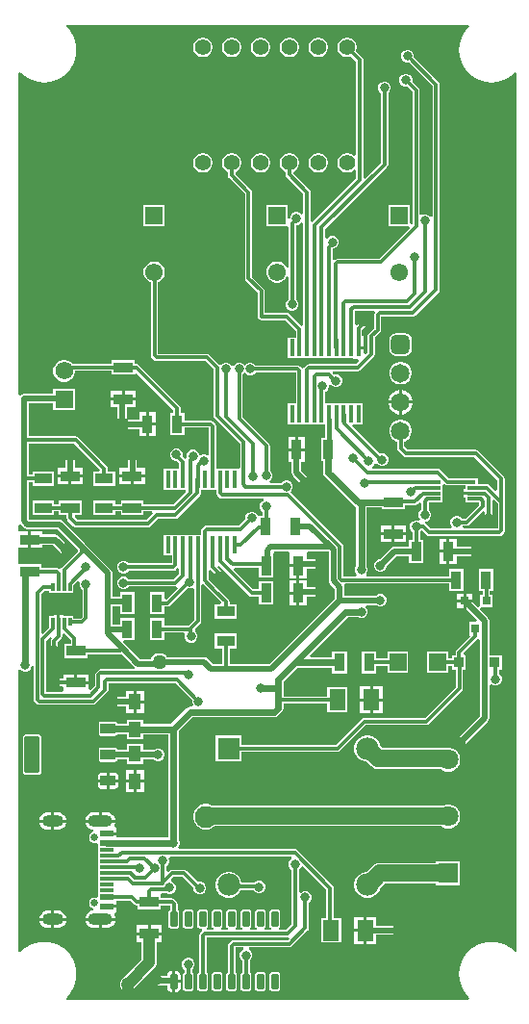
<source format=gtl>
G04*
G04 #@! TF.GenerationSoftware,Altium Limited,Altium Designer,25.8.1 (18)*
G04*
G04 Layer_Physical_Order=1*
G04 Layer_Color=255*
%FSLAX44Y44*%
%MOMM*%
G71*
G04*
G04 #@! TF.SameCoordinates,6AF8D778-47F9-488B-AB56-3A1079AA570C*
G04*
G04*
G04 #@! TF.FilePolarity,Positive*
G04*
G01*
G75*
%ADD18R,0.4500X1.5000*%
%ADD19R,1.6098X0.9561*%
%ADD20R,1.7000X0.9500*%
%ADD21R,0.9561X1.6098*%
G04:AMPARAMS|DCode=22|XSize=0.93mm|YSize=1.31mm|CornerRadius=0.0698mm|HoleSize=0mm|Usage=FLASHONLY|Rotation=90.000|XOffset=0mm|YOffset=0mm|HoleType=Round|Shape=RoundedRectangle|*
%AMROUNDEDRECTD22*
21,1,0.9300,1.1705,0,0,90.0*
21,1,0.7905,1.3100,0,0,90.0*
1,1,0.1395,0.5853,0.3953*
1,1,0.1395,0.5853,-0.3953*
1,1,0.1395,-0.5853,-0.3953*
1,1,0.1395,-0.5853,0.3953*
%
%ADD22ROUNDEDRECTD22*%
%ADD23R,0.9500X1.7000*%
%ADD24R,1.1300X1.4200*%
G04:AMPARAMS|DCode=25|XSize=1.31mm|YSize=0.62mm|CornerRadius=0.0775mm|HoleSize=0mm|Usage=FLASHONLY|Rotation=90.000|XOffset=0mm|YOffset=0mm|HoleType=Round|Shape=RoundedRectangle|*
%AMROUNDEDRECTD25*
21,1,1.3100,0.4650,0,0,90.0*
21,1,1.1550,0.6200,0,0,90.0*
1,1,0.1550,0.2325,0.5775*
1,1,0.1550,0.2325,-0.5775*
1,1,0.1550,-0.2325,-0.5775*
1,1,0.1550,-0.2325,0.5775*
%
%ADD25ROUNDEDRECTD25*%
%ADD26R,1.1500X0.6000*%
%ADD27R,1.4557X1.8582*%
%ADD28R,0.8000X0.8000*%
G04:AMPARAMS|DCode=29|XSize=3.24mm|YSize=1.31mm|CornerRadius=0.0983mm|HoleSize=0mm|Usage=FLASHONLY|Rotation=90.000|XOffset=0mm|YOffset=0mm|HoleType=Round|Shape=RoundedRectangle|*
%AMROUNDEDRECTD29*
21,1,3.2400,1.1135,0,0,90.0*
21,1,3.0435,1.3100,0,0,90.0*
1,1,0.1965,0.5568,1.5218*
1,1,0.1965,0.5568,-1.5218*
1,1,0.1965,-0.5568,-1.5218*
1,1,0.1965,-0.5568,1.5218*
%
%ADD29ROUNDEDRECTD29*%
%ADD30R,1.1500X0.3000*%
%ADD31R,0.9000X0.9500*%
%ADD32R,1.5000X1.5000*%
%ADD34R,0.8000X0.3000*%
%ADD35R,0.3000X0.8000*%
%ADD43C,1.5500*%
%ADD52R,1.5500X1.5500*%
%ADD58C,0.3000*%
%ADD59C,0.5000*%
%ADD60C,1.0000*%
%ADD61C,0.6000*%
%ADD62C,0.4000*%
%ADD63C,1.5000*%
G04:AMPARAMS|DCode=64|XSize=1.65mm|YSize=1.65mm|CornerRadius=0.4125mm|HoleSize=0mm|Usage=FLASHONLY|Rotation=90.000|XOffset=0mm|YOffset=0mm|HoleType=Round|Shape=RoundedRectangle|*
%AMROUNDEDRECTD64*
21,1,1.6500,0.8250,0,0,90.0*
21,1,0.8250,1.6500,0,0,90.0*
1,1,0.8250,0.4125,0.4125*
1,1,0.8250,0.4125,-0.4125*
1,1,0.8250,-0.4125,-0.4125*
1,1,0.8250,-0.4125,0.4125*
%
%ADD64ROUNDEDRECTD64*%
%ADD65O,2.1500X1.0500*%
%ADD66O,1.8500X1.0500*%
%ADD67C,1.6500*%
%ADD68C,1.5750*%
%ADD69C,1.4060*%
%ADD70R,1.9800X1.9800*%
%ADD71C,1.9800*%
%ADD72C,1.9350*%
%ADD73C,0.6500*%
%ADD74R,1.5750X1.5750*%
%ADD75C,1.8000*%
%ADD76R,1.8000X1.8000*%
%ADD77C,0.8000*%
%ADD78C,0.6000*%
%ADD79C,1.2700*%
G36*
X316844Y607442D02*
X316722Y607321D01*
X316037Y606295D01*
X315796Y605085D01*
Y593369D01*
X311085Y588658D01*
X310400Y587632D01*
X310159Y586423D01*
Y572360D01*
X308626Y570828D01*
X306963Y571516D01*
Y575135D01*
X302173D01*
Y577675D01*
X306963D01*
Y586445D01*
X305334D01*
Y592040D01*
X309262Y595969D01*
X309948Y596994D01*
X310188Y598204D01*
Y600829D01*
X309948Y602038D01*
X309262Y603064D01*
X308237Y603749D01*
X307027Y603989D01*
X305818Y603749D01*
X304792Y603064D01*
X304107Y602038D01*
X303867Y600829D01*
Y599513D01*
X300634Y596280D01*
X298834Y597026D01*
Y608974D01*
X299102Y609242D01*
X316098D01*
X316844Y607442D01*
D02*
G37*
G36*
X246986Y546912D02*
X247013Y546780D01*
Y527505D01*
X239823D01*
Y509305D01*
X272449D01*
Y496890D01*
X269320D01*
Y476690D01*
X270980D01*
Y466931D01*
X271337Y465136D01*
X272354Y463614D01*
X298838Y437130D01*
X300110Y436280D01*
Y384230D01*
X300053Y384172D01*
X299200Y382114D01*
Y379886D01*
X300053Y377828D01*
X300810Y377071D01*
X300064Y375271D01*
X288911D01*
Y401320D01*
X288670Y402530D01*
X287985Y403555D01*
X243128Y448412D01*
X242265Y449275D01*
X243188Y450823D01*
X243477Y451113D01*
X244330Y453171D01*
Y455399D01*
X243477Y457457D01*
X241902Y459033D01*
X239844Y459885D01*
X237616D01*
X235558Y459033D01*
X233983Y457457D01*
X233978Y457446D01*
X224611D01*
X224204Y458313D01*
X224059Y459246D01*
X225435Y460623D01*
X226288Y462681D01*
Y464909D01*
X225435Y466967D01*
X224141Y468262D01*
Y490353D01*
X223900Y491562D01*
X223215Y492588D01*
X200335Y515468D01*
Y552992D01*
X200346Y552997D01*
X200771Y553422D01*
X202001Y554496D01*
X203123Y553422D01*
X203602Y552943D01*
X205660Y552090D01*
X207888D01*
X209946Y552943D01*
X211521Y554518D01*
X211580Y554660D01*
X246986D01*
Y546912D01*
D02*
G37*
G36*
X399907Y858985D02*
X399048Y858252D01*
X396158Y854868D01*
X393833Y851074D01*
X392131Y846963D01*
X391092Y842636D01*
X390743Y838200D01*
X391092Y833764D01*
X392131Y829437D01*
X393833Y825326D01*
X396158Y821532D01*
X399048Y818148D01*
X402432Y815258D01*
X406226Y812933D01*
X410337Y811230D01*
X414664Y810192D01*
X419100Y809843D01*
X423536Y810192D01*
X427863Y811230D01*
X431974Y812933D01*
X435768Y815258D01*
X439152Y818148D01*
X439885Y819007D01*
X441574Y818384D01*
Y45216D01*
X439885Y44593D01*
X439152Y45452D01*
X435768Y48342D01*
X431974Y50667D01*
X427863Y52369D01*
X423536Y53408D01*
X419100Y53757D01*
X414664Y53408D01*
X410337Y52369D01*
X406226Y50667D01*
X402432Y48342D01*
X399048Y45452D01*
X396158Y42068D01*
X393833Y38274D01*
X392131Y34163D01*
X391092Y29836D01*
X390743Y25400D01*
X391092Y20964D01*
X392131Y16637D01*
X393833Y12526D01*
X396158Y8732D01*
X399048Y5348D01*
X399907Y4615D01*
X399284Y2926D01*
X45216D01*
X44593Y4615D01*
X45452Y5348D01*
X48342Y8732D01*
X50667Y12526D01*
X52369Y16637D01*
X53408Y20964D01*
X53757Y25400D01*
X53408Y29836D01*
X52369Y34163D01*
X50667Y38274D01*
X48342Y42068D01*
X45452Y45452D01*
X42068Y48342D01*
X38274Y50667D01*
X34163Y52369D01*
X29836Y53408D01*
X25400Y53757D01*
X20964Y53408D01*
X16637Y52369D01*
X12526Y50667D01*
X8732Y48342D01*
X5348Y45452D01*
X4615Y44593D01*
X2926Y45216D01*
Y292679D01*
X4726Y293425D01*
X5718Y292433D01*
X7776Y291580D01*
X10004D01*
X12062Y292433D01*
X13638Y294008D01*
X14490Y296066D01*
X16269Y296016D01*
Y267188D01*
X16510Y265978D01*
X17195Y264953D01*
X18952Y263195D01*
X19978Y262510D01*
X21188Y262269D01*
X68580D01*
X69790Y262510D01*
X70815Y263195D01*
X80975Y273355D01*
X81660Y274380D01*
X81901Y275590D01*
Y281319D01*
X140931D01*
X155695Y266555D01*
X155690Y266544D01*
Y264316D01*
X156419Y262555D01*
X155694Y260755D01*
X154060D01*
X152266Y260398D01*
X150744Y259382D01*
X136783Y245420D01*
X112660D01*
Y249430D01*
X98160D01*
Y245725D01*
X89819D01*
X89727Y246189D01*
X89219Y246949D01*
X88459Y247457D01*
X87562Y247635D01*
X75857D01*
X74961Y247457D01*
X74201Y246949D01*
X73693Y246189D01*
X73515Y245292D01*
Y237388D01*
X73693Y236491D01*
X74201Y235731D01*
X74961Y235223D01*
X75857Y235045D01*
X87562D01*
X88459Y235223D01*
X89219Y235731D01*
X89629Y236345D01*
X98160D01*
Y232030D01*
X112660D01*
Y236040D01*
X134323D01*
Y145530D01*
X88760D01*
Y147570D01*
X80470D01*
Y150110D01*
X88760D01*
Y154380D01*
X88065D01*
X87125Y156111D01*
X87909Y158006D01*
X88010Y158770D01*
X61630D01*
X61730Y158006D01*
X62516Y156111D01*
X63764Y154484D01*
X65391Y153236D01*
X67286Y152451D01*
X68588Y152279D01*
X68700Y151571D01*
X68559Y150467D01*
X67073Y149852D01*
X65708Y148487D01*
X64970Y146705D01*
Y144775D01*
X65708Y142993D01*
X67073Y141628D01*
X68855Y140890D01*
X70785D01*
X71320Y141112D01*
X73120Y139909D01*
Y126240D01*
Y116240D01*
Y106240D01*
Y93771D01*
X71320Y92568D01*
X70785Y92790D01*
X68855D01*
X67073Y92052D01*
X65708Y90687D01*
X64970Y88905D01*
Y86975D01*
X65708Y85193D01*
X67073Y83828D01*
X68559Y83213D01*
X68700Y82109D01*
X68588Y81401D01*
X67286Y81229D01*
X65391Y80444D01*
X63764Y79196D01*
X62516Y77569D01*
X61730Y75674D01*
X61630Y74910D01*
X88010D01*
X87909Y75674D01*
X87125Y77569D01*
X88065Y79300D01*
X88760D01*
Y83570D01*
X80470D01*
Y86110D01*
X88760D01*
Y89679D01*
X101531D01*
X104445Y86765D01*
X105470Y86080D01*
X106680Y85839D01*
X108010D01*
Y82650D01*
X128210D01*
Y85839D01*
X136539D01*
Y81831D01*
X136413Y81806D01*
X135628Y81281D01*
X135103Y80496D01*
X134918Y79569D01*
Y68019D01*
X135103Y67092D01*
X135628Y66307D01*
X136413Y65782D01*
X137340Y65597D01*
X141990D01*
X142917Y65782D01*
X143702Y66307D01*
X144227Y67092D01*
X144411Y68019D01*
Y79569D01*
X144227Y80496D01*
X143702Y81281D01*
X142917Y81806D01*
X142861Y81817D01*
Y87243D01*
X142620Y88452D01*
X141935Y89478D01*
X140178Y91235D01*
X139152Y91920D01*
X137943Y92161D01*
X128210D01*
Y95350D01*
X128960Y96839D01*
X132310D01*
X132356Y96848D01*
X132662Y96542D01*
X134721Y95690D01*
X136948D01*
X139007Y96542D01*
X140582Y98118D01*
X141434Y100176D01*
Y102404D01*
X140582Y104462D01*
X139007Y106037D01*
X137475Y106672D01*
X136948Y108164D01*
X136947Y108690D01*
X139297Y111039D01*
X147359D01*
X156960Y101438D01*
Y99886D01*
X157813Y97828D01*
X159388Y96253D01*
X161446Y95400D01*
X163674D01*
X165732Y96253D01*
X167307Y97828D01*
X168160Y99886D01*
Y102114D01*
X167307Y104172D01*
X165732Y105747D01*
X163674Y106600D01*
X161446D01*
X160945Y106392D01*
X150903Y116435D01*
X149878Y117120D01*
X148668Y117361D01*
X137988D01*
X136778Y117120D01*
X135753Y116435D01*
X134768Y115450D01*
X133105Y116139D01*
Y120288D01*
X133117Y120293D01*
X134692Y121868D01*
X135544Y123926D01*
Y126154D01*
X135078Y127279D01*
X136177Y129079D01*
X243165D01*
X243403Y128697D01*
X243208Y126667D01*
X241633Y125092D01*
X240780Y123034D01*
Y120806D01*
X241633Y118748D01*
X243208Y117173D01*
X243219Y117168D01*
Y69147D01*
X238233Y64161D01*
X232384D01*
X232153Y64822D01*
X232085Y65961D01*
X232602Y66307D01*
X233127Y67092D01*
X233312Y68019D01*
Y79569D01*
X233127Y80496D01*
X232602Y81281D01*
X231817Y81806D01*
X230890Y81990D01*
X226240D01*
X225313Y81806D01*
X224528Y81281D01*
X224003Y80496D01*
X223818Y79569D01*
Y68019D01*
X224003Y67092D01*
X224528Y66307D01*
X225045Y65961D01*
X224977Y64822D01*
X224746Y64161D01*
X219684D01*
X219453Y64822D01*
X219385Y65961D01*
X219902Y66307D01*
X220427Y67092D01*
X220611Y68019D01*
Y79569D01*
X220427Y80496D01*
X219902Y81281D01*
X219117Y81806D01*
X218190Y81990D01*
X213540D01*
X212613Y81806D01*
X211828Y81281D01*
X211303Y80496D01*
X211118Y79569D01*
Y68019D01*
X211303Y67092D01*
X211828Y66307D01*
X212345Y65961D01*
X212277Y64822D01*
X212046Y64161D01*
X206984D01*
X206753Y64822D01*
X206685Y65961D01*
X207202Y66307D01*
X207727Y67092D01*
X207911Y68019D01*
Y79569D01*
X207727Y80496D01*
X207202Y81281D01*
X206417Y81806D01*
X205490Y81990D01*
X200840D01*
X199913Y81806D01*
X199128Y81281D01*
X198603Y80496D01*
X198418Y79569D01*
Y68019D01*
X198603Y67092D01*
X199128Y66307D01*
X199645Y65961D01*
X199577Y64822D01*
X199346Y64161D01*
X194284D01*
X194053Y64822D01*
X193985Y65961D01*
X194502Y66307D01*
X195027Y67092D01*
X195212Y68019D01*
Y79569D01*
X195027Y80496D01*
X194502Y81281D01*
X193717Y81806D01*
X192790Y81990D01*
X188140D01*
X187213Y81806D01*
X186428Y81281D01*
X185903Y80496D01*
X185718Y79569D01*
Y68019D01*
X185903Y67092D01*
X186428Y66307D01*
X186945Y65961D01*
X186877Y64822D01*
X186646Y64161D01*
X181584D01*
X181353Y64822D01*
X181285Y65961D01*
X181802Y66307D01*
X182327Y67092D01*
X182512Y68019D01*
Y79569D01*
X182327Y80496D01*
X181802Y81281D01*
X181017Y81806D01*
X180090Y81990D01*
X175440D01*
X174513Y81806D01*
X173728Y81281D01*
X173203Y80496D01*
X173018Y79569D01*
Y68019D01*
X173203Y67092D01*
X173728Y66307D01*
X174245Y65961D01*
X174177Y64822D01*
X173946Y64161D01*
X168884D01*
X168653Y64822D01*
X168585Y65961D01*
X169102Y66307D01*
X169627Y67092D01*
X169811Y68019D01*
Y79569D01*
X169627Y80496D01*
X169102Y81281D01*
X168317Y81806D01*
X167390Y81990D01*
X162740D01*
X161813Y81806D01*
X161028Y81281D01*
X160503Y80496D01*
X160318Y79569D01*
Y68019D01*
X160503Y67092D01*
X161028Y66307D01*
X161813Y65782D01*
X162740Y65597D01*
X164168D01*
X164408Y65280D01*
X164587Y63235D01*
X162830Y61478D01*
X162145Y60452D01*
X161904Y59243D01*
Y26824D01*
X161813Y26806D01*
X161028Y26281D01*
X160503Y25496D01*
X160318Y24569D01*
Y13019D01*
X160503Y12092D01*
X161028Y11307D01*
X161813Y10782D01*
X162740Y10597D01*
X167390D01*
X168317Y10782D01*
X169102Y11307D01*
X169627Y12092D01*
X169811Y13019D01*
Y24569D01*
X169627Y25496D01*
X169102Y26281D01*
X168317Y26806D01*
X168226Y26824D01*
Y57839D01*
X239543D01*
X240268Y57984D01*
X241227Y56397D01*
X239991Y55161D01*
X192257D01*
X191048Y54920D01*
X190022Y54235D01*
X188265Y52478D01*
X187580Y51452D01*
X187339Y50243D01*
Y26831D01*
X187213Y26806D01*
X186428Y26281D01*
X185903Y25496D01*
X185718Y24569D01*
Y13019D01*
X185903Y12092D01*
X186428Y11307D01*
X187213Y10782D01*
X188140Y10597D01*
X192790D01*
X193717Y10782D01*
X194502Y11307D01*
X195027Y12092D01*
X195212Y13019D01*
Y24569D01*
X195027Y25496D01*
X194502Y26281D01*
X193717Y26806D01*
X193661Y26817D01*
Y48839D01*
X200374D01*
X200732Y47039D01*
X200028Y46747D01*
X198453Y45172D01*
X197600Y43114D01*
Y40886D01*
X198453Y38828D01*
X200022Y37259D01*
Y26828D01*
X199913Y26806D01*
X199128Y26281D01*
X198603Y25496D01*
X198418Y24569D01*
Y13019D01*
X198603Y12092D01*
X199128Y11307D01*
X199913Y10782D01*
X200840Y10597D01*
X205490D01*
X206417Y10782D01*
X207202Y11307D01*
X207727Y12092D01*
X207911Y13019D01*
Y24569D01*
X207727Y25496D01*
X207202Y26281D01*
X206417Y26806D01*
X206343Y26821D01*
Y37241D01*
X206372Y37253D01*
X207947Y38828D01*
X208800Y40886D01*
Y43114D01*
X207947Y45172D01*
X206372Y46747D01*
X205668Y47039D01*
X206026Y48839D01*
X241300D01*
X242510Y49080D01*
X243535Y49765D01*
X257505Y63735D01*
X258190Y64760D01*
X258431Y65970D01*
Y88248D01*
X258442Y88253D01*
X260017Y89828D01*
X260870Y91886D01*
Y94114D01*
X260017Y96172D01*
X258442Y97747D01*
X256384Y98600D01*
X254156D01*
X252098Y97747D01*
X251341Y96990D01*
X249541Y97736D01*
Y117168D01*
X249552Y117173D01*
X251127Y118748D01*
X251552Y119773D01*
X253643Y120228D01*
X273927Y99944D01*
Y74814D01*
X269179D01*
Y53032D01*
X286937D01*
Y74814D01*
X280248D01*
Y101253D01*
X280008Y102463D01*
X279322Y103488D01*
X248336Y134475D01*
X247310Y135160D01*
X246101Y135401D01*
X144357D01*
X143612Y137201D01*
X143920Y137509D01*
X144772Y139567D01*
Y141795D01*
X143920Y143853D01*
X143703Y144070D01*
Y239075D01*
X156003Y251375D01*
X227875D01*
X229670Y251732D01*
X231192Y252749D01*
X234706Y256264D01*
X235723Y257785D01*
X236080Y259580D01*
Y263362D01*
X274559D01*
Y255632D01*
X292316D01*
Y277414D01*
X274559D01*
Y269683D01*
X236080D01*
Y275641D01*
X236323Y276860D01*
Y283030D01*
X248323Y295030D01*
X279059D01*
Y290071D01*
X291819D01*
Y309369D01*
X279059D01*
Y304410D01*
X260055D01*
X259366Y306073D01*
X292773Y339480D01*
X301571D01*
X301628Y339423D01*
X303686Y338570D01*
X305914D01*
X307972Y339423D01*
X309548Y340998D01*
X310400Y343056D01*
Y345284D01*
X309548Y347342D01*
X308540Y348350D01*
X309286Y350150D01*
X317571D01*
X318138Y349583D01*
X320196Y348730D01*
X322424D01*
X324482Y349583D01*
X326058Y351158D01*
X326910Y353216D01*
Y355444D01*
X326058Y357502D01*
X324482Y359078D01*
X322424Y359930D01*
X320196D01*
X318138Y359078D01*
X317571Y358510D01*
X289930D01*
Y365807D01*
X289663Y367149D01*
X289946Y367860D01*
X290746Y368949D01*
X381929D01*
Y362461D01*
X394689D01*
Y381759D01*
X381929D01*
Y375271D01*
X309536D01*
X308790Y377071D01*
X309547Y377828D01*
X310400Y379886D01*
Y382114D01*
X309547Y384172D01*
X309490Y384230D01*
Y435756D01*
X322640D01*
Y434370D01*
X342840D01*
Y437654D01*
X351498D01*
X352707Y437894D01*
X353733Y438579D01*
X355719Y440566D01*
X357519Y439821D01*
Y434012D01*
X357508Y434007D01*
X355933Y432432D01*
X355080Y430374D01*
Y428146D01*
X355933Y426088D01*
X356219Y425801D01*
X355200Y424275D01*
X354174Y424700D01*
X351946D01*
X349888Y423848D01*
X348313Y422272D01*
X347460Y420214D01*
Y417986D01*
X348313Y415928D01*
X349888Y414353D01*
X349899Y414348D01*
Y407610D01*
X346680D01*
Y401690D01*
X334010D01*
X332410Y401372D01*
X331054Y400466D01*
X320998Y390410D01*
X320196D01*
X318138Y389558D01*
X316563Y387982D01*
X315710Y385924D01*
Y383696D01*
X316563Y381638D01*
X318138Y380063D01*
X320196Y379210D01*
X322424D01*
X324482Y380063D01*
X326058Y381638D01*
X326910Y383696D01*
Y384498D01*
X335742Y393330D01*
X346680D01*
Y387410D01*
X359380D01*
Y407610D01*
X356221D01*
Y414348D01*
X356232Y414353D01*
X357808Y415928D01*
X359136Y414905D01*
X362255Y411785D01*
X363281Y411100D01*
X364490Y410859D01*
X426233D01*
X427442Y411100D01*
X428468Y411785D01*
X430225Y413543D01*
X430910Y414568D01*
X431151Y415778D01*
Y440690D01*
X430910Y441900D01*
X430788Y442083D01*
Y461373D01*
X430547Y462582D01*
X429862Y463608D01*
X407875Y485595D01*
X406850Y486280D01*
X405640Y486521D01*
X345214D01*
X342474Y489260D01*
Y493876D01*
X342975Y494011D01*
X345221Y495307D01*
X347055Y497141D01*
X348352Y499387D01*
X349023Y501893D01*
Y504486D01*
X348352Y506991D01*
X347055Y509237D01*
X345221Y511071D01*
X342975Y512368D01*
X340470Y513039D01*
X337877D01*
X335372Y512368D01*
X333125Y511071D01*
X331292Y509237D01*
X329995Y506991D01*
X329323Y504486D01*
Y501893D01*
X329995Y499387D01*
X331292Y497141D01*
X333125Y495307D01*
X335372Y494011D01*
X336153Y493801D01*
Y487951D01*
X336393Y486741D01*
X337078Y485716D01*
X341669Y481125D01*
X342695Y480440D01*
X343904Y480199D01*
X404331D01*
X424467Y460064D01*
Y451035D01*
X422804Y450347D01*
X417565Y455585D01*
X416540Y456270D01*
X415330Y456511D01*
X407180D01*
Y461450D01*
X401885D01*
X401580Y461511D01*
X381773D01*
X374202Y469082D01*
X373177Y469767D01*
X371967Y470007D01*
X314372D01*
X314014Y471807D01*
X314373Y471956D01*
X315948Y473532D01*
X316324Y474438D01*
X317438Y474569D01*
X318310Y474529D01*
X319757Y473081D01*
X321815Y472229D01*
X324043D01*
X326101Y473081D01*
X327677Y474656D01*
X328529Y476715D01*
Y478942D01*
X327677Y481001D01*
X326101Y482576D01*
X324043Y483429D01*
X321815D01*
X321229Y483186D01*
X296772Y507642D01*
X297461Y509305D01*
X306023D01*
Y527505D01*
X272813D01*
Y537708D01*
X273651Y538055D01*
X275226Y539630D01*
X276079Y541688D01*
Y543411D01*
X276846Y543792D01*
X277846Y543995D01*
X279224Y542617D01*
X281282Y541764D01*
X283510D01*
X285568Y542617D01*
X287144Y544192D01*
X287996Y546250D01*
Y548478D01*
X287144Y550537D01*
X285568Y552112D01*
X283510Y552964D01*
X281282D01*
X280450Y552620D01*
X279143Y553926D01*
X279889Y555726D01*
X301156D01*
X302365Y555967D01*
X303391Y556652D01*
X315555Y568816D01*
X316240Y569842D01*
X316481Y571051D01*
Y585113D01*
X321192Y589825D01*
X321877Y590850D01*
X322118Y592060D01*
Y603682D01*
X349792D01*
X351002Y603923D01*
X352027Y604608D01*
X372555Y625136D01*
X373240Y626161D01*
X373481Y627371D01*
Y808240D01*
X373240Y809450D01*
X372555Y810475D01*
X351035Y831995D01*
X351040Y832006D01*
Y834234D01*
X350187Y836292D01*
X348612Y837867D01*
X346554Y838720D01*
X344326D01*
X342268Y837867D01*
X340693Y836292D01*
X339840Y834234D01*
Y832006D01*
X340693Y829948D01*
X342268Y828373D01*
X344326Y827520D01*
X346554D01*
X346565Y827525D01*
X367159Y806931D01*
Y692035D01*
X365717Y691599D01*
X365359Y691580D01*
X363852Y693087D01*
X361794Y693940D01*
X359566D01*
X357726Y693178D01*
X356762Y693542D01*
X355926Y694051D01*
Y802963D01*
X355686Y804173D01*
X355000Y805198D01*
X349457Y810741D01*
X349462Y810753D01*
Y812980D01*
X348610Y815039D01*
X347034Y816614D01*
X344976Y817467D01*
X342748D01*
X340690Y816614D01*
X339115Y815039D01*
X338262Y812980D01*
Y810753D01*
X339115Y808694D01*
X340690Y807119D01*
X342748Y806266D01*
X344976D01*
X344987Y806271D01*
X349605Y801654D01*
Y685396D01*
X349020Y684991D01*
X348601Y685053D01*
X347220Y685933D01*
Y702370D01*
X328520D01*
Y683670D01*
X345634D01*
X346455Y683670D01*
X347200Y681870D01*
X320293Y654963D01*
X284106D01*
X282897Y654722D01*
X281871Y654037D01*
X281178Y653344D01*
X279378Y654089D01*
Y663667D01*
X279488Y663776D01*
X280378D01*
X282437Y664629D01*
X284012Y666204D01*
X284865Y668262D01*
Y670490D01*
X284012Y672549D01*
X282437Y674124D01*
X280378Y674976D01*
X278151D01*
X276092Y674124D01*
X274634Y672665D01*
X274075Y672717D01*
X272834Y673189D01*
Y680802D01*
X327355Y735323D01*
X328040Y736348D01*
X328281Y737558D01*
Y800428D01*
X328292Y800433D01*
X329867Y802008D01*
X330720Y804066D01*
Y806294D01*
X329867Y808352D01*
X328292Y809927D01*
X326234Y810780D01*
X324006D01*
X321948Y809927D01*
X320373Y808352D01*
X319520Y806294D01*
Y804066D01*
X320373Y802008D01*
X321948Y800433D01*
X321959Y800428D01*
Y738867D01*
X308285Y725193D01*
X306485Y725939D01*
Y829516D01*
X306245Y830725D01*
X305560Y831750D01*
X300054Y837256D01*
X300142Y837409D01*
X300730Y839604D01*
Y841876D01*
X300142Y844071D01*
X299006Y846039D01*
X297399Y847646D01*
X295431Y848782D01*
X293236Y849370D01*
X290964D01*
X288769Y848782D01*
X286801Y847646D01*
X285194Y846039D01*
X284058Y844071D01*
X283470Y841876D01*
Y839604D01*
X284058Y837409D01*
X285194Y835441D01*
X286801Y833834D01*
X288769Y832698D01*
X290964Y832110D01*
X293236D01*
X295431Y832698D01*
X295584Y832786D01*
X300164Y828206D01*
Y745826D01*
X298364Y745081D01*
X297399Y746046D01*
X295431Y747182D01*
X293236Y747770D01*
X290964D01*
X288769Y747182D01*
X286801Y746046D01*
X285194Y744439D01*
X284058Y742471D01*
X283470Y740276D01*
Y738004D01*
X284058Y735809D01*
X285194Y733841D01*
X286801Y732234D01*
X288769Y731098D01*
X290964Y730510D01*
X293236D01*
X295431Y731098D01*
X297399Y732234D01*
X298364Y733199D01*
X300164Y732454D01*
Y725487D01*
X261735Y687058D01*
X259935Y687803D01*
Y713334D01*
X259694Y714544D01*
X259009Y715569D01*
X245166Y729412D01*
X245111Y729586D01*
X245386Y731534D01*
X246599Y732234D01*
X248206Y733841D01*
X249342Y735809D01*
X249930Y738004D01*
Y740276D01*
X249342Y742471D01*
X248206Y744439D01*
X246599Y746046D01*
X244631Y747182D01*
X242436Y747770D01*
X240164D01*
X237969Y747182D01*
X236001Y746046D01*
X234394Y744439D01*
X233258Y742471D01*
X232670Y740276D01*
Y738004D01*
X233258Y735809D01*
X234394Y733841D01*
X236001Y732234D01*
X237969Y731098D01*
X238139Y731052D01*
Y728808D01*
X238380Y727599D01*
X239065Y726573D01*
X253613Y712025D01*
Y694293D01*
X253588Y694276D01*
X251813Y693741D01*
X250621Y694933D01*
X248563Y695786D01*
X246335D01*
X244277Y694933D01*
X242702Y693358D01*
X241849Y691299D01*
Y689867D01*
X241702Y689732D01*
X239902Y690525D01*
Y702370D01*
X221202D01*
Y683670D01*
X239064D01*
X239902Y683670D01*
X240864Y682269D01*
Y647276D01*
X240650Y647189D01*
X239064Y646976D01*
X238034Y648761D01*
X236293Y650502D01*
X234161Y651733D01*
X231783Y652370D01*
X229321D01*
X226943Y651733D01*
X224811Y650502D01*
X223070Y648761D01*
X221839Y646629D01*
X221202Y644251D01*
Y641789D01*
X221839Y639411D01*
X223070Y637279D01*
X224811Y635538D01*
X226943Y634307D01*
X229321Y633670D01*
X231783D01*
X234161Y634307D01*
X236293Y635538D01*
X238034Y637279D01*
X239064Y639064D01*
X240650Y638851D01*
X240864Y638764D01*
Y619358D01*
X240509Y619211D01*
X238934Y617635D01*
X238081Y615577D01*
Y613349D01*
X238934Y611291D01*
X240509Y609716D01*
X242568Y608863D01*
X244795D01*
X246854Y609716D01*
X248429Y611291D01*
X249281Y613349D01*
Y615577D01*
X248429Y617635D01*
X247186Y618879D01*
Y684585D01*
X248563D01*
X250621Y685438D01*
X251813Y686630D01*
X253588Y686095D01*
X253613Y686078D01*
Y596179D01*
X251813Y595434D01*
X241188Y606059D01*
X240162Y606744D01*
X238953Y606985D01*
X219672D01*
Y626265D01*
X219431Y627475D01*
X218746Y628500D01*
X208451Y638795D01*
Y713215D01*
X208211Y714424D01*
X207526Y715450D01*
X193661Y729314D01*
Y731052D01*
X193831Y731098D01*
X195799Y732234D01*
X197406Y733841D01*
X198542Y735809D01*
X199130Y738004D01*
Y740276D01*
X198542Y742471D01*
X197406Y744439D01*
X195799Y746046D01*
X193831Y747182D01*
X191636Y747770D01*
X189364D01*
X187169Y747182D01*
X185201Y746046D01*
X183594Y744439D01*
X182458Y742471D01*
X181870Y740276D01*
Y738004D01*
X182458Y735809D01*
X183594Y733841D01*
X185201Y732234D01*
X187169Y731098D01*
X187339Y731052D01*
Y728005D01*
X187580Y726796D01*
X188265Y725770D01*
X202130Y711905D01*
Y637486D01*
X202370Y636277D01*
X203056Y635251D01*
X213351Y624956D01*
Y603824D01*
X213591Y602614D01*
X214276Y601589D01*
X215302Y600904D01*
X216511Y600663D01*
X237644D01*
X247013Y591294D01*
Y585505D01*
X239823D01*
Y567305D01*
X297383D01*
Y566365D01*
X301812D01*
X302501Y564702D01*
X299846Y562048D01*
X258606D01*
X257397Y561807D01*
X256371Y561122D01*
X254614Y559365D01*
X254224Y558781D01*
X253113Y558490D01*
X252807Y558468D01*
X252135Y558546D01*
X250625Y560056D01*
X249599Y560741D01*
X248390Y560981D01*
X211402D01*
X209946Y562438D01*
X207888Y563290D01*
X205660D01*
X203602Y562438D01*
X203177Y562013D01*
X201947Y560938D01*
X200825Y562013D01*
X200346Y562492D01*
X198288Y563344D01*
X196060D01*
X194002Y562492D01*
X192426Y560916D01*
X192342Y560713D01*
X190394D01*
X190310Y560916D01*
X188734Y562492D01*
X186676Y563344D01*
X184448D01*
X182390Y562492D01*
X181693Y561794D01*
X180348Y561178D01*
X179308Y561762D01*
X171030Y570040D01*
X170005Y570725D01*
X168795Y570966D01*
X125845D01*
Y634282D01*
X125939Y634307D01*
X128071Y635538D01*
X129812Y637279D01*
X131043Y639411D01*
X131680Y641789D01*
Y644251D01*
X131043Y646629D01*
X129812Y648761D01*
X128071Y650502D01*
X125939Y651733D01*
X123561Y652370D01*
X121099D01*
X118721Y651733D01*
X116589Y650502D01*
X114848Y648761D01*
X113617Y646629D01*
X112980Y644251D01*
Y641789D01*
X113617Y639411D01*
X114848Y637279D01*
X116589Y635538D01*
X118721Y634307D01*
X119523Y634092D01*
Y569562D01*
X119764Y568353D01*
X120449Y567327D01*
X122206Y565570D01*
X123232Y564885D01*
X124441Y564644D01*
X167486D01*
X174639Y557491D01*
Y516788D01*
X174880Y515578D01*
X175565Y514553D01*
X197820Y492298D01*
Y471331D01*
X196930Y469900D01*
X176741D01*
Y507453D01*
X176500Y508662D01*
X175815Y509688D01*
X174058Y511445D01*
X173032Y512130D01*
X171823Y512371D01*
X148931D01*
Y518859D01*
X145711D01*
Y522929D01*
X145471Y524139D01*
X144786Y525164D01*
X108754Y561196D01*
X107728Y561881D01*
X106519Y562122D01*
X105376D01*
Y565588D01*
X85176D01*
Y562399D01*
X51142D01*
X50198Y562211D01*
X48828Y563582D01*
X46667Y564829D01*
X44257Y565475D01*
X41762D01*
X39353Y564829D01*
X37192Y563582D01*
X35428Y561818D01*
X34181Y559657D01*
X33535Y557247D01*
Y554753D01*
X34181Y552343D01*
X35428Y550182D01*
X37192Y548418D01*
X39353Y547171D01*
X41762Y546525D01*
X44257D01*
X46667Y547171D01*
X48828Y548418D01*
X50592Y550182D01*
X51839Y552343D01*
X52485Y554753D01*
Y556077D01*
X85176D01*
Y552888D01*
X105376D01*
Y553282D01*
X107039Y553971D01*
X139390Y521620D01*
Y518859D01*
X136170D01*
Y499561D01*
X148931D01*
Y506049D01*
X170419D01*
Y482433D01*
X169547Y481914D01*
X168619Y481568D01*
X166765Y482336D01*
X164537D01*
X163793Y482028D01*
X162077Y482250D01*
X161703Y482962D01*
X161141Y484319D01*
X159565Y485894D01*
X157507Y486747D01*
X155279D01*
X153221Y485894D01*
X151646Y484319D01*
X150793Y482261D01*
Y480033D01*
X150931Y479701D01*
X149499Y478744D01*
X149337Y478750D01*
X147265Y480821D01*
X147412Y481175D01*
Y483403D01*
X146560Y485461D01*
X144984Y487037D01*
X142926Y487889D01*
X140698D01*
X138640Y487037D01*
X137065Y485461D01*
X136212Y483403D01*
Y481175D01*
X137065Y479117D01*
X138640Y477542D01*
X140698Y476689D01*
X142457D01*
X144419Y474727D01*
Y469900D01*
X130730D01*
Y451700D01*
X149602D01*
X150348Y449900D01*
X139189Y438741D01*
X113069D01*
Y441930D01*
X92869D01*
Y438741D01*
X88016D01*
Y441741D01*
X68718D01*
Y428980D01*
X88016D01*
Y432419D01*
X92869D01*
Y429230D01*
X113069D01*
Y432419D01*
X120604D01*
X121349Y430619D01*
X115531Y424801D01*
X54868D01*
X52238Y427430D01*
X52984Y429230D01*
X58360D01*
Y441930D01*
X38160D01*
Y438741D01*
X34369D01*
Y441741D01*
X15071D01*
Y428980D01*
X34369D01*
Y432419D01*
X38160D01*
Y429230D01*
X45255D01*
Y426782D01*
X45496Y425573D01*
X46181Y424548D01*
X51323Y419405D01*
X52349Y418720D01*
X53558Y418479D01*
X116840D01*
X118050Y418720D01*
X119075Y419405D01*
X125769Y426099D01*
X140825D01*
X142034Y426340D01*
X143060Y427025D01*
X162600Y446565D01*
X163285Y447590D01*
X163526Y448800D01*
Y451700D01*
X176919D01*
Y448797D01*
X177160Y447588D01*
X177845Y446562D01*
X179602Y444805D01*
X180628Y444120D01*
X181837Y443879D01*
X218541D01*
X218899Y442079D01*
X217808Y441627D01*
X216233Y440052D01*
X215380Y437994D01*
Y435766D01*
X216233Y433708D01*
X217808Y432133D01*
X217819Y432128D01*
Y428749D01*
X214289D01*
X212981Y429938D01*
X211452Y431467D01*
X209394Y432320D01*
X207166D01*
X205108Y431467D01*
X203533Y429892D01*
X202680Y427834D01*
Y425606D01*
X202685Y425595D01*
X197223Y420133D01*
X168569D01*
X167360Y419892D01*
X166334Y419207D01*
X164577Y417450D01*
X163892Y416424D01*
X163651Y415215D01*
Y411900D01*
X130730D01*
Y393700D01*
X137809D01*
Y386701D01*
X100002D01*
X99998Y386712D01*
X98422Y388288D01*
X96364Y389140D01*
X94136D01*
X92078Y388288D01*
X90503Y386712D01*
X89650Y384654D01*
Y382426D01*
X90503Y380368D01*
X92078Y378793D01*
X94136Y377940D01*
X96364D01*
X98422Y378793D01*
X99998Y380368D01*
X100002Y380379D01*
X139213D01*
X140422Y380620D01*
X141448Y381305D01*
X142619Y382477D01*
X144419Y381731D01*
Y377489D01*
X139661Y372731D01*
X100002D01*
X99998Y372742D01*
X98422Y374318D01*
X96364Y375170D01*
X94136D01*
X92078Y374318D01*
X90503Y372742D01*
X89650Y370684D01*
Y368456D01*
X90503Y366398D01*
X92078Y364823D01*
X94136Y363970D01*
X96364D01*
X98422Y364823D01*
X99998Y366398D01*
X100002Y366409D01*
X140970D01*
X141818Y366578D01*
X142715Y365460D01*
X142879Y365094D01*
X132951Y355165D01*
X131151Y355469D01*
Y361439D01*
X118391D01*
Y342141D01*
X131151D01*
Y348629D01*
X134046D01*
X135255Y348870D01*
X136281Y349555D01*
X151726Y365001D01*
X152112Y364841D01*
X154339D01*
X155619Y365372D01*
X157419Y364364D01*
Y337149D01*
X152361Y332091D01*
X131151D01*
Y338579D01*
X118391D01*
Y319281D01*
X131151D01*
Y325769D01*
X148251D01*
X149454Y323969D01*
X149340Y323694D01*
Y321466D01*
X150193Y319408D01*
X151768Y317833D01*
X153826Y316980D01*
X156054D01*
X158112Y317833D01*
X159687Y319408D01*
X160540Y321466D01*
Y323694D01*
X159687Y325752D01*
X158112Y327327D01*
X158376Y329166D01*
X162815Y333605D01*
X163500Y334630D01*
X163741Y335840D01*
Y367724D01*
X165541Y368470D01*
X174295Y359715D01*
X174295Y359715D01*
X181349Y352661D01*
X180604Y350861D01*
X175771D01*
Y338101D01*
X195069D01*
Y350861D01*
X188581D01*
Y353060D01*
X188340Y354270D01*
X187655Y355295D01*
X178765Y364185D01*
X178765Y364185D01*
X170241Y372709D01*
Y380041D01*
X172041Y380787D01*
X177179Y375648D01*
Y373380D01*
X177420Y372171D01*
X178105Y371145D01*
X179131Y370460D01*
X180340Y370219D01*
X181550Y370460D01*
X182575Y371145D01*
X183260Y372171D01*
X183501Y373380D01*
Y376958D01*
X183260Y378167D01*
X182575Y379193D01*
X177993Y383774D01*
X178023Y383922D01*
X179976Y384515D01*
X206045Y358445D01*
X207071Y357760D01*
X208280Y357519D01*
X214600D01*
Y350580D01*
X227300D01*
Y370780D01*
X214600D01*
Y363841D01*
X209589D01*
X192311Y381119D01*
X193056Y382919D01*
X214600D01*
Y374710D01*
X227300D01*
Y394910D01*
X227300D01*
X227770Y396516D01*
X228093Y396916D01*
X240302D01*
X241660Y395850D01*
X241660Y395116D01*
Y386080D01*
X248950D01*
Y384810D01*
X250220D01*
Y373770D01*
X256240D01*
Y381900D01*
X269500D01*
X271100Y382218D01*
X272456Y383124D01*
X273362Y384480D01*
X273680Y386080D01*
X273362Y387680D01*
X272456Y389036D01*
X271100Y389942D01*
X269500Y390260D01*
X256240D01*
X256240Y395850D01*
X257598Y396916D01*
X275870D01*
Y371507D01*
X276188Y369907D01*
X277094Y368551D01*
X281570Y364075D01*
Y356062D01*
X223639Y298130D01*
X188581D01*
Y312079D01*
X195069D01*
Y324840D01*
X175771D01*
Y312079D01*
X182259D01*
Y298130D01*
X173875D01*
X169146Y302860D01*
X167790Y303766D01*
X166190Y304084D01*
X133766D01*
X133362Y304785D01*
X131882Y306266D01*
X130069Y307312D01*
X128047Y307854D01*
X125954D01*
X123932Y307312D01*
X122119Y306266D01*
X120639Y304785D01*
X119592Y302972D01*
X119495Y302611D01*
X109701D01*
X97571Y314741D01*
X94694Y317618D01*
X95383Y319281D01*
X105129D01*
Y338579D01*
X92369D01*
Y333110D01*
X85460D01*
Y348880D01*
X92369D01*
Y342141D01*
X105129D01*
Y361439D01*
X92369D01*
Y357240D01*
X85460D01*
Y378460D01*
X85142Y380060D01*
X84236Y381416D01*
X61376Y404276D01*
X41691Y423961D01*
X40335Y424867D01*
X38735Y425185D01*
X12281D01*
X11800Y425666D01*
Y458221D01*
X15071D01*
Y455002D01*
X34369D01*
Y467762D01*
X15071D01*
Y464543D01*
X11800D01*
Y492139D01*
X52031D01*
X74608Y469562D01*
X73862Y467762D01*
X68718D01*
Y455002D01*
X88016D01*
Y467762D01*
X81528D01*
Y470273D01*
X81287Y471483D01*
X80602Y472508D01*
X55575Y497535D01*
X54550Y498220D01*
X53340Y498461D01*
X11800D01*
Y527320D01*
X33535D01*
Y521525D01*
X52485D01*
Y540475D01*
X33535D01*
Y535681D01*
X7620D01*
X6020Y535363D01*
X4726Y534498D01*
X4355Y534570D01*
X2926Y535095D01*
Y818384D01*
X4615Y819007D01*
X5348Y818148D01*
X8732Y815258D01*
X12526Y812933D01*
X16637Y811230D01*
X20964Y810192D01*
X25400Y809843D01*
X29836Y810192D01*
X34163Y811230D01*
X38274Y812933D01*
X42068Y815258D01*
X45452Y818148D01*
X48342Y821532D01*
X50667Y825326D01*
X52369Y829437D01*
X53408Y833764D01*
X53757Y838200D01*
X53408Y842636D01*
X52369Y846963D01*
X50667Y851074D01*
X48342Y854868D01*
X45452Y858252D01*
X44593Y858985D01*
X45216Y860674D01*
X399284D01*
X399907Y858985D01*
D02*
G37*
G36*
X378229Y456115D02*
X379254Y455430D01*
X380464Y455189D01*
X395980D01*
Y452390D01*
X395040D01*
Y449620D01*
X401580D01*
Y447080D01*
X395040D01*
Y444310D01*
X395980D01*
Y440250D01*
X401275D01*
X401580Y440189D01*
X408319D01*
Y438189D01*
X396201Y426071D01*
X393372D01*
X393368Y426082D01*
X391792Y427658D01*
X389734Y428510D01*
X387506D01*
X385448Y427658D01*
X383873Y426082D01*
X383020Y424024D01*
Y421796D01*
X383873Y419738D01*
X384630Y418981D01*
X383884Y417181D01*
X365799D01*
X361645Y421335D01*
X360859Y421860D01*
X360881Y422815D01*
X361159Y423660D01*
X361794D01*
X363852Y424513D01*
X365427Y426088D01*
X366280Y428146D01*
Y430374D01*
X365427Y432432D01*
X363852Y434007D01*
X363841Y434012D01*
Y440189D01*
X370580D01*
X370885Y440250D01*
X376180D01*
Y445250D01*
Y455812D01*
X377843Y456501D01*
X378229Y456115D01*
D02*
G37*
G36*
X424829Y439381D02*
Y417181D01*
X394517D01*
X393617Y418981D01*
X394194Y419749D01*
X397510D01*
X398720Y419990D01*
X399745Y420675D01*
X411736Y432667D01*
X413399Y431978D01*
Y424180D01*
X413640Y422971D01*
X414325Y421945D01*
X415351Y421260D01*
X416560Y421019D01*
X417770Y421260D01*
X418795Y421945D01*
X419480Y422971D01*
X419721Y424180D01*
Y442138D01*
X421384Y442826D01*
X424829Y439381D01*
D02*
G37*
G36*
X7593Y418049D02*
X8949Y417143D01*
X10549Y416825D01*
X37004D01*
X55259Y398569D01*
Y397549D01*
X40905Y383195D01*
X40504Y382594D01*
X39176Y382130D01*
X38371Y382100D01*
X37592Y382620D01*
X36383Y382861D01*
X22800D01*
Y386050D01*
X2926D01*
Y400410D01*
X11430D01*
Y407700D01*
Y414990D01*
X2926D01*
Y420339D01*
X4461Y420903D01*
X4726Y420916D01*
X7593Y418049D01*
D02*
G37*
G36*
X57041Y370405D02*
X56630Y369414D01*
Y367186D01*
X57483Y365128D01*
X59058Y363553D01*
X59069Y363548D01*
Y339677D01*
X57573Y338181D01*
X51240D01*
Y340620D01*
X42180D01*
Y341560D01*
X39410D01*
Y335020D01*
X36870D01*
Y341560D01*
X34100D01*
Y340620D01*
X30040D01*
Y335325D01*
X29979Y335020D01*
Y330359D01*
X24254Y324634D01*
X22591Y325323D01*
Y359524D01*
X25927Y362859D01*
X30040D01*
Y360420D01*
X51240D01*
Y365715D01*
X51301Y366020D01*
Y367211D01*
X55515Y371425D01*
X57041Y370405D01*
D02*
G37*
G36*
X48909Y319513D02*
Y316260D01*
X43240D01*
Y303560D01*
X63440D01*
Y306749D01*
X92740D01*
X93573Y306915D01*
X104955Y295534D01*
X104994Y295475D01*
X105234Y295315D01*
X104688Y293515D01*
X74941D01*
X73732Y293274D01*
X72706Y292589D01*
X70949Y290832D01*
X70264Y289806D01*
X70023Y288596D01*
Y278963D01*
X66180Y275120D01*
X64380Y275865D01*
Y280640D01*
X53340D01*
Y281910D01*
X52070D01*
Y289200D01*
X42300D01*
Y285101D01*
X34290D01*
X33081Y284860D01*
X32055Y284175D01*
X31370Y283150D01*
X31129Y281940D01*
X31370Y280731D01*
X32055Y279705D01*
X33081Y279020D01*
X34290Y278779D01*
X41027D01*
X42300Y277507D01*
X42300Y274620D01*
X40893Y273671D01*
X27291D01*
Y318731D01*
X30545Y321985D01*
X31943Y320838D01*
X31370Y319980D01*
X31129Y318770D01*
Y308610D01*
X31370Y307401D01*
X32055Y306375D01*
X33081Y305690D01*
X34290Y305449D01*
X35500Y305690D01*
X36525Y306375D01*
X37210Y307401D01*
X37451Y308610D01*
Y317461D01*
X40375Y320385D01*
X41060Y321411D01*
X41301Y322620D01*
Y324770D01*
X42964Y325459D01*
X48909Y319513D01*
D02*
G37*
%LPC*%
G36*
X254960Y497830D02*
X248940D01*
Y488060D01*
X254960D01*
Y497830D01*
D02*
G37*
G36*
X246400D02*
X240380D01*
Y488060D01*
X246400D01*
Y497830D01*
D02*
G37*
G36*
X254960Y485520D02*
X247670D01*
X240380D01*
Y475750D01*
X243503D01*
Y466309D01*
X243821Y464709D01*
X244727Y463353D01*
X251547Y456533D01*
Y456181D01*
X251865Y454581D01*
X252771Y453225D01*
X254127Y452319D01*
X255727Y452001D01*
X257327Y452319D01*
X258683Y453225D01*
X259589Y454581D01*
X259907Y456181D01*
Y458265D01*
X259589Y459864D01*
X258683Y461221D01*
X251864Y468040D01*
Y475750D01*
X254960D01*
Y485520D01*
D02*
G37*
G36*
X267836Y849370D02*
X265564D01*
X263369Y848782D01*
X261401Y847646D01*
X259794Y846039D01*
X258658Y844071D01*
X258070Y841876D01*
Y839604D01*
X258658Y837409D01*
X259794Y835441D01*
X261401Y833834D01*
X263369Y832698D01*
X265564Y832110D01*
X267836D01*
X270031Y832698D01*
X271999Y833834D01*
X273606Y835441D01*
X274742Y837409D01*
X275330Y839604D01*
Y841876D01*
X274742Y844071D01*
X273606Y846039D01*
X271999Y847646D01*
X270031Y848782D01*
X267836Y849370D01*
D02*
G37*
G36*
X242436D02*
X240164D01*
X237969Y848782D01*
X236001Y847646D01*
X234394Y846039D01*
X233258Y844071D01*
X232670Y841876D01*
Y839604D01*
X233258Y837409D01*
X234394Y835441D01*
X236001Y833834D01*
X237969Y832698D01*
X240164Y832110D01*
X242436D01*
X244631Y832698D01*
X246599Y833834D01*
X248206Y835441D01*
X249342Y837409D01*
X249930Y839604D01*
Y841876D01*
X249342Y844071D01*
X248206Y846039D01*
X246599Y847646D01*
X244631Y848782D01*
X242436Y849370D01*
D02*
G37*
G36*
X217036D02*
X214764D01*
X212569Y848782D01*
X210601Y847646D01*
X208994Y846039D01*
X207858Y844071D01*
X207270Y841876D01*
Y839604D01*
X207858Y837409D01*
X208994Y835441D01*
X210601Y833834D01*
X212569Y832698D01*
X214764Y832110D01*
X217036D01*
X219231Y832698D01*
X221199Y833834D01*
X222806Y835441D01*
X223942Y837409D01*
X224530Y839604D01*
Y841876D01*
X223942Y844071D01*
X222806Y846039D01*
X221199Y847646D01*
X219231Y848782D01*
X217036Y849370D01*
D02*
G37*
G36*
X191636D02*
X189364D01*
X187169Y848782D01*
X185201Y847646D01*
X183594Y846039D01*
X182458Y844071D01*
X181870Y841876D01*
Y839604D01*
X182458Y837409D01*
X183594Y835441D01*
X185201Y833834D01*
X187169Y832698D01*
X189364Y832110D01*
X191636D01*
X193831Y832698D01*
X195799Y833834D01*
X197406Y835441D01*
X198542Y837409D01*
X199130Y839604D01*
Y841876D01*
X198542Y844071D01*
X197406Y846039D01*
X195799Y847646D01*
X193831Y848782D01*
X191636Y849370D01*
D02*
G37*
G36*
X166236D02*
X163964D01*
X161769Y848782D01*
X159801Y847646D01*
X158194Y846039D01*
X157058Y844071D01*
X156470Y841876D01*
Y839604D01*
X157058Y837409D01*
X158194Y835441D01*
X159801Y833834D01*
X161769Y832698D01*
X163964Y832110D01*
X166236D01*
X168431Y832698D01*
X170399Y833834D01*
X172006Y835441D01*
X173142Y837409D01*
X173730Y839604D01*
Y841876D01*
X173142Y844071D01*
X172006Y846039D01*
X170399Y847646D01*
X168431Y848782D01*
X166236Y849370D01*
D02*
G37*
G36*
X267836Y747770D02*
X265564D01*
X263369Y747182D01*
X261401Y746046D01*
X259794Y744439D01*
X258658Y742471D01*
X258070Y740276D01*
Y738004D01*
X258658Y735809D01*
X259794Y733841D01*
X261401Y732234D01*
X263369Y731098D01*
X265564Y730510D01*
X267836D01*
X270031Y731098D01*
X271999Y732234D01*
X273606Y733841D01*
X274742Y735809D01*
X275330Y738004D01*
Y740276D01*
X274742Y742471D01*
X273606Y744439D01*
X271999Y746046D01*
X270031Y747182D01*
X267836Y747770D01*
D02*
G37*
G36*
X217036D02*
X214764D01*
X212569Y747182D01*
X210601Y746046D01*
X208994Y744439D01*
X207858Y742471D01*
X207270Y740276D01*
Y738004D01*
X207858Y735809D01*
X208994Y733841D01*
X210601Y732234D01*
X212569Y731098D01*
X214764Y730510D01*
X217036D01*
X219231Y731098D01*
X221199Y732234D01*
X222806Y733841D01*
X223942Y735809D01*
X224530Y738004D01*
Y740276D01*
X223942Y742471D01*
X222806Y744439D01*
X221199Y746046D01*
X219231Y747182D01*
X217036Y747770D01*
D02*
G37*
G36*
X166236D02*
X163964D01*
X161769Y747182D01*
X159801Y746046D01*
X158194Y744439D01*
X157058Y742471D01*
X156470Y740276D01*
Y738004D01*
X157058Y735809D01*
X158194Y733841D01*
X159801Y732234D01*
X161769Y731098D01*
X163964Y730510D01*
X166236D01*
X168431Y731098D01*
X170399Y732234D01*
X172006Y733841D01*
X173142Y735809D01*
X173730Y738004D01*
Y740276D01*
X173142Y742471D01*
X172006Y744439D01*
X170399Y746046D01*
X168431Y747182D01*
X166236Y747770D01*
D02*
G37*
G36*
X131680Y702370D02*
X112980D01*
Y683670D01*
X131680D01*
Y702370D01*
D02*
G37*
G36*
X343298Y589352D02*
X335048D01*
X332815Y588907D01*
X330921Y587642D01*
X329656Y585748D01*
X329211Y583514D01*
Y575264D01*
X329656Y573031D01*
X330921Y571137D01*
X332815Y569871D01*
X335048Y569427D01*
X343298D01*
X345532Y569871D01*
X347426Y571137D01*
X348691Y573031D01*
X349136Y575264D01*
Y583514D01*
X348691Y585748D01*
X347426Y587642D01*
X345532Y588907D01*
X343298Y589352D01*
D02*
G37*
G36*
X340470Y563839D02*
X337877D01*
X335372Y563168D01*
X333125Y561871D01*
X331292Y560037D01*
X329995Y557791D01*
X329323Y555286D01*
Y552692D01*
X329995Y550187D01*
X331292Y547941D01*
X333125Y546107D01*
X335372Y544811D01*
X337877Y544139D01*
X340470D01*
X342975Y544811D01*
X345221Y546107D01*
X347055Y547941D01*
X348352Y550187D01*
X349023Y552692D01*
Y555286D01*
X348352Y557791D01*
X347055Y560037D01*
X345221Y561871D01*
X342975Y563168D01*
X340470Y563839D01*
D02*
G37*
G36*
X106316Y538528D02*
X96546D01*
Y532508D01*
X106316D01*
Y538528D01*
D02*
G37*
G36*
X94006D02*
X84236D01*
Y532508D01*
X94006D01*
Y538528D01*
D02*
G37*
G36*
X340594Y539379D02*
X340443D01*
Y529859D01*
X349963D01*
Y530010D01*
X349228Y532754D01*
X347808Y535215D01*
X345799Y537224D01*
X343338Y538644D01*
X340594Y539379D01*
D02*
G37*
G36*
X337903D02*
X337753D01*
X335009Y538644D01*
X332548Y537224D01*
X330539Y535215D01*
X329119Y532754D01*
X328383Y530010D01*
Y529859D01*
X337903D01*
Y539379D01*
D02*
G37*
G36*
X349963Y527319D02*
X340443D01*
Y517799D01*
X340594D01*
X343338Y518535D01*
X345799Y519955D01*
X347808Y521964D01*
X349228Y524425D01*
X349963Y527169D01*
Y527319D01*
D02*
G37*
G36*
X337903D02*
X328383D01*
Y527169D01*
X329119Y524425D01*
X330539Y521964D01*
X332548Y519955D01*
X335009Y518535D01*
X337753Y517799D01*
X337903D01*
Y527319D01*
D02*
G37*
G36*
X123849Y519799D02*
X117799D01*
Y510480D01*
X123849D01*
Y519799D01*
D02*
G37*
G36*
Y507940D02*
X117799D01*
Y498621D01*
X123849D01*
Y507940D01*
D02*
G37*
G36*
X106316Y529968D02*
X95276D01*
X84236D01*
Y523948D01*
X90190D01*
Y509210D01*
X90508Y507610D01*
X91414Y506254D01*
X92770Y505348D01*
X94370Y505029D01*
X109209D01*
Y498621D01*
X115259D01*
Y509210D01*
Y519799D01*
X109209D01*
Y513390D01*
X98550D01*
Y523948D01*
X106316D01*
Y529968D01*
D02*
G37*
G36*
X103027Y487112D02*
X101427Y486793D01*
X100071Y485887D01*
X99164Y484531D01*
X98846Y482931D01*
Y470870D01*
X91929D01*
Y464850D01*
X102969D01*
X114009D01*
Y470870D01*
X107207D01*
Y482931D01*
X106889Y484531D01*
X105983Y485887D01*
X104626Y486793D01*
X103027Y487112D01*
D02*
G37*
G36*
X48260Y486780D02*
X46660Y486462D01*
X45304Y485556D01*
X44398Y484200D01*
X44080Y482600D01*
Y470870D01*
X37220D01*
Y464850D01*
X48260D01*
X59300D01*
Y470870D01*
X52440D01*
Y482600D01*
X52122Y484200D01*
X51216Y485556D01*
X49860Y486462D01*
X48260Y486780D01*
D02*
G37*
G36*
X114009Y462310D02*
X104239D01*
Y456290D01*
X114009D01*
Y462310D01*
D02*
G37*
G36*
X101699D02*
X91929D01*
Y456290D01*
X101699D01*
Y462310D01*
D02*
G37*
G36*
X59300D02*
X49530D01*
Y456290D01*
X59300D01*
Y462310D01*
D02*
G37*
G36*
X46990D02*
X37220D01*
Y456290D01*
X46990D01*
Y462310D01*
D02*
G37*
G36*
X343780Y420010D02*
X334010D01*
Y413990D01*
X343780D01*
Y420010D01*
D02*
G37*
G36*
X331470D02*
X321700D01*
Y413990D01*
X331470D01*
Y420010D01*
D02*
G37*
G36*
X343780Y411450D02*
X334010D01*
Y405430D01*
X343780D01*
Y411450D01*
D02*
G37*
G36*
X331470D02*
X321700D01*
Y405430D01*
X331470D01*
Y411450D01*
D02*
G37*
G36*
X379760Y408550D02*
X373740D01*
Y398780D01*
X379760D01*
Y408550D01*
D02*
G37*
G36*
X388320D02*
X382300D01*
Y397510D01*
Y386470D01*
X388320D01*
Y393330D01*
X406400D01*
X408000Y393648D01*
X409356Y394554D01*
X410262Y395910D01*
X410580Y397510D01*
X410262Y399110D01*
X409356Y400466D01*
X408000Y401372D01*
X406400Y401690D01*
X388320D01*
Y408550D01*
D02*
G37*
G36*
X379760Y396240D02*
X373740D01*
Y386470D01*
X379760D01*
Y396240D01*
D02*
G37*
G36*
X247680Y383540D02*
X241660D01*
Y373770D01*
X247680D01*
Y383540D01*
D02*
G37*
G36*
Y371720D02*
X241660D01*
Y361950D01*
X247680D01*
Y371720D01*
D02*
G37*
G36*
X402170Y360170D02*
X396900D01*
Y354900D01*
X402170D01*
Y360170D01*
D02*
G37*
G36*
X394360D02*
X389090D01*
Y354900D01*
X394360D01*
Y360170D01*
D02*
G37*
G36*
X256240Y371720D02*
X250220D01*
Y360680D01*
Y349640D01*
X256240D01*
Y357379D01*
X269680D01*
X271280Y357697D01*
X272636Y358604D01*
X273542Y359960D01*
X273860Y361560D01*
X273542Y363159D01*
X272636Y364515D01*
X271280Y365422D01*
X269680Y365740D01*
X256240D01*
Y371720D01*
D02*
G37*
G36*
X247680Y359410D02*
X241660D01*
Y349640D01*
X247680D01*
Y359410D01*
D02*
G37*
G36*
X420711Y381759D02*
X407951D01*
Y362461D01*
X411469D01*
Y359230D01*
X409030D01*
Y349684D01*
X409030Y348687D01*
X407292Y347879D01*
X402812Y352360D01*
X396900D01*
Y346448D01*
X406455Y336893D01*
X405766Y335230D01*
X399530D01*
Y324030D01*
X399565D01*
X400310Y322230D01*
X388537Y310457D01*
X387852Y309431D01*
X387611Y308222D01*
Y306070D01*
X384580D01*
Y302881D01*
X380930D01*
Y308820D01*
X362730D01*
Y290620D01*
X380930D01*
Y296559D01*
X384580D01*
Y293370D01*
X387722D01*
Y277892D01*
X360641Y250811D01*
X307340D01*
X306130Y250570D01*
X305105Y249885D01*
X282211Y226991D01*
X199420D01*
Y235330D01*
X176420D01*
Y212330D01*
X199420D01*
Y220669D01*
X283520D01*
X284729Y220910D01*
X285755Y221595D01*
X308649Y244489D01*
X361950D01*
X363160Y244730D01*
X364185Y245415D01*
X393118Y274348D01*
X393803Y275373D01*
X394044Y276583D01*
Y293370D01*
X396780D01*
Y306070D01*
X395636D01*
X394890Y307870D01*
X407250Y320230D01*
X407740Y320185D01*
X409050Y319626D01*
Y252402D01*
X387654Y231006D01*
X386748Y229650D01*
X386429Y228050D01*
X386748Y226450D01*
X387654Y225094D01*
X389010Y224188D01*
X390610Y223869D01*
X392210Y224188D01*
X393566Y225094D01*
X416186Y247714D01*
X417092Y249070D01*
X417410Y250670D01*
Y279769D01*
X419210Y280514D01*
X419585Y280139D01*
X421643Y279286D01*
X423871D01*
X425930Y280139D01*
X427505Y281714D01*
X428357Y283773D01*
Y286000D01*
X427505Y288059D01*
X425930Y289634D01*
X425918Y289639D01*
Y293370D01*
X428280D01*
Y306070D01*
X417410D01*
Y336030D01*
X417092Y337630D01*
X416186Y338986D01*
X408880Y346292D01*
X409687Y348030D01*
X410558Y348030D01*
X420230D01*
Y359230D01*
X417791D01*
Y362461D01*
X420711D01*
Y381759D01*
D02*
G37*
G36*
X394360Y352360D02*
X389090D01*
Y347090D01*
X394360D01*
Y352360D01*
D02*
G37*
G36*
X317841Y309369D02*
X305081D01*
Y290071D01*
X317841D01*
Y296559D01*
X327730D01*
Y290620D01*
X345930D01*
Y308820D01*
X327730D01*
Y302881D01*
X317841D01*
Y309369D01*
D02*
G37*
G36*
X104140Y274370D02*
X97220D01*
Y269260D01*
X86737D01*
X86690Y269292D01*
X85090Y269610D01*
X83490Y269292D01*
X82134Y268386D01*
X81228Y267030D01*
X80910Y265430D01*
X81228Y263830D01*
X82134Y262474D01*
X82484Y262124D01*
X83840Y261218D01*
X85440Y260900D01*
X97220D01*
Y255090D01*
X104140D01*
Y264730D01*
Y274370D01*
D02*
G37*
G36*
X323281Y278354D02*
X314732D01*
Y267793D01*
X323281D01*
Y278354D01*
D02*
G37*
G36*
X312192D02*
X303644D01*
Y267793D01*
X312192D01*
Y278354D01*
D02*
G37*
G36*
X113600Y274370D02*
X106680D01*
Y266000D01*
X113600D01*
Y274370D01*
D02*
G37*
G36*
Y263460D02*
X106680D01*
Y255090D01*
X113600D01*
Y263460D01*
D02*
G37*
G36*
X323281Y265253D02*
X314732D01*
Y254692D01*
X323281D01*
Y265253D01*
D02*
G37*
G36*
X312192D02*
X303644D01*
Y254692D01*
X312192D01*
Y265253D01*
D02*
G37*
G36*
X112660Y227710D02*
X98160D01*
Y222620D01*
X89860D01*
X89727Y223289D01*
X89219Y224049D01*
X88459Y224557D01*
X87562Y224735D01*
X75857D01*
X74961Y224557D01*
X74201Y224049D01*
X73693Y223289D01*
X73515Y222393D01*
Y214487D01*
X73693Y213591D01*
X74201Y212831D01*
X74961Y212323D01*
X75857Y212145D01*
X87562D01*
X88459Y212323D01*
X89219Y212831D01*
X89727Y213591D01*
X89860Y214260D01*
X98160D01*
Y210310D01*
X112660D01*
Y214545D01*
X121710D01*
X122562Y213693D01*
X124620Y212840D01*
X126848D01*
X128906Y213693D01*
X130481Y215268D01*
X131334Y217326D01*
Y219554D01*
X130481Y221612D01*
X128906Y223188D01*
X126848Y224040D01*
X124620D01*
X122562Y223188D01*
X122280Y222905D01*
X112660D01*
Y227710D01*
D02*
G37*
G36*
X311434Y235330D02*
X308406D01*
X305481Y234546D01*
X302859Y233032D01*
X300718Y230891D01*
X299204Y228269D01*
X298420Y225344D01*
Y222316D01*
X299204Y219391D01*
X300718Y216769D01*
X302859Y214628D01*
X305481Y213114D01*
X308406Y212330D01*
X309245D01*
X312978Y208597D01*
X314879Y207139D01*
X317092Y206222D01*
X319468Y205909D01*
X374220D01*
X374592Y205536D01*
X377009Y204141D01*
X379705Y203418D01*
X382496D01*
X385192Y204141D01*
X387609Y205536D01*
X389583Y207510D01*
X390978Y209927D01*
X391701Y212623D01*
Y215414D01*
X390978Y218110D01*
X389583Y220527D01*
X387609Y222500D01*
X385192Y223896D01*
X382496Y224618D01*
X379705D01*
X378390Y224266D01*
X323270D01*
X321138Y226398D01*
X320636Y228269D01*
X319122Y230891D01*
X316981Y233032D01*
X314359Y234546D01*
X311434Y235330D01*
D02*
G37*
G36*
X20377Y236291D02*
X9242D01*
X8235Y236090D01*
X7380Y235519D01*
X6810Y234665D01*
X6609Y233657D01*
Y203223D01*
X6810Y202215D01*
X7380Y201361D01*
X8235Y200790D01*
X9242Y200589D01*
X20377D01*
X21385Y200790D01*
X22239Y201361D01*
X22810Y202215D01*
X23010Y203223D01*
Y233657D01*
X22810Y234665D01*
X22239Y235519D01*
X21385Y236090D01*
X20377Y236291D01*
D02*
G37*
G36*
X87562Y202793D02*
X82980D01*
Y196810D01*
X90863D01*
Y199492D01*
X90612Y200756D01*
X89896Y201827D01*
X88826Y202542D01*
X87562Y202793D01*
D02*
G37*
G36*
X80440D02*
X75857D01*
X74594Y202542D01*
X73523Y201827D01*
X72808Y200756D01*
X72557Y199492D01*
Y196810D01*
X80440D01*
Y202793D01*
D02*
G37*
G36*
X113600Y204650D02*
X106680D01*
Y196280D01*
X113600D01*
Y204650D01*
D02*
G37*
G36*
X104140D02*
X97220D01*
Y196280D01*
X104140D01*
Y204650D01*
D02*
G37*
G36*
X90863Y194270D02*
X82980D01*
Y188287D01*
X87562D01*
X88826Y188538D01*
X89896Y189253D01*
X90612Y190324D01*
X90863Y191588D01*
Y194270D01*
D02*
G37*
G36*
X80440D02*
X72557D01*
Y191588D01*
X72808Y190324D01*
X73523Y189253D01*
X74594Y188538D01*
X75857Y188287D01*
X80440D01*
Y194270D01*
D02*
G37*
G36*
X113600Y193740D02*
X106680D01*
Y185370D01*
X113600D01*
Y193740D01*
D02*
G37*
G36*
X104140D02*
X97220D01*
Y185370D01*
X104140D01*
Y193740D01*
D02*
G37*
G36*
X80320Y167897D02*
X76090D01*
Y161310D01*
X88010D01*
X87909Y162074D01*
X87125Y163969D01*
X85876Y165596D01*
X84249Y166845D01*
X82354Y167630D01*
X80320Y167897D01*
D02*
G37*
G36*
X73550D02*
X69320D01*
X67286Y167630D01*
X65391Y166845D01*
X63764Y165596D01*
X62516Y163969D01*
X61730Y162074D01*
X61630Y161310D01*
X73550D01*
Y167897D01*
D02*
G37*
G36*
X37020D02*
X34290D01*
Y161310D01*
X44710D01*
X44609Y162074D01*
X43825Y163969D01*
X42576Y165596D01*
X40949Y166845D01*
X39054Y167630D01*
X37020Y167897D01*
D02*
G37*
G36*
X31750D02*
X29020D01*
X26986Y167630D01*
X25091Y166845D01*
X23464Y165596D01*
X22215Y163969D01*
X21430Y162074D01*
X21330Y161310D01*
X31750D01*
Y167897D01*
D02*
G37*
G36*
X169404Y175105D02*
X166436D01*
X163568Y174337D01*
X160997Y172852D01*
X158898Y170753D01*
X157413Y168182D01*
X156645Y165314D01*
Y162346D01*
X157413Y159478D01*
X158898Y156907D01*
X160997Y154808D01*
X163568Y153323D01*
X166436Y152555D01*
X169404D01*
X172272Y153323D01*
X174843Y154808D01*
X175601Y155566D01*
X374563D01*
X374592Y155536D01*
X377009Y154141D01*
X379705Y153418D01*
X382496D01*
X385192Y154141D01*
X387609Y155536D01*
X389583Y157510D01*
X390978Y159927D01*
X391701Y162623D01*
Y165414D01*
X390978Y168110D01*
X389583Y170527D01*
X387609Y172500D01*
X385192Y173896D01*
X382496Y174618D01*
X379705D01*
X377109Y173923D01*
X172989D01*
X172272Y174337D01*
X169404Y175105D01*
D02*
G37*
G36*
X44710Y158770D02*
X34290D01*
Y152183D01*
X37020D01*
X39054Y152451D01*
X40949Y153236D01*
X42576Y154484D01*
X43825Y156111D01*
X44609Y158006D01*
X44710Y158770D01*
D02*
G37*
G36*
X31750D02*
X21330D01*
X21430Y158006D01*
X22215Y156111D01*
X23464Y154484D01*
X25091Y153236D01*
X26986Y152451D01*
X29020Y152183D01*
X31750D01*
Y158770D01*
D02*
G37*
G36*
X391701Y124618D02*
X370501D01*
Y123197D01*
X321107D01*
X318731Y122884D01*
X316518Y121967D01*
X314617Y120508D01*
X309438Y115330D01*
X308406D01*
X305481Y114546D01*
X302859Y113032D01*
X300718Y110891D01*
X299204Y108269D01*
X298420Y105344D01*
Y102316D01*
X299204Y99391D01*
X300718Y96769D01*
X302859Y94628D01*
X305481Y93114D01*
X308406Y92330D01*
X311434D01*
X314359Y93114D01*
X316981Y94628D01*
X319122Y96769D01*
X320636Y99391D01*
X321067Y100998D01*
X324909Y104840D01*
X370501D01*
Y103418D01*
X391701D01*
Y124618D01*
D02*
G37*
G36*
X189434Y115330D02*
X186406D01*
X183481Y114546D01*
X180859Y113032D01*
X178718Y110891D01*
X177204Y108269D01*
X176420Y105344D01*
Y102316D01*
X177204Y99391D01*
X178718Y96769D01*
X180859Y94628D01*
X183481Y93114D01*
X186406Y92330D01*
X189434D01*
X192359Y93114D01*
X194981Y94628D01*
X197122Y96769D01*
X198522Y99194D01*
X209731D01*
X209883Y98828D01*
X211458Y97253D01*
X213516Y96400D01*
X215744D01*
X217802Y97253D01*
X219377Y98828D01*
X220230Y100886D01*
Y103114D01*
X219377Y105172D01*
X217802Y106747D01*
X215744Y107600D01*
X213516D01*
X211458Y106747D01*
X210226Y105515D01*
X199374D01*
X198636Y108269D01*
X197122Y110891D01*
X194981Y113032D01*
X192359Y114546D01*
X189434Y115330D01*
D02*
G37*
G36*
X37020Y81497D02*
X34290D01*
Y74910D01*
X44710D01*
X44609Y75674D01*
X43825Y77569D01*
X42576Y79196D01*
X40949Y80444D01*
X39054Y81229D01*
X37020Y81497D01*
D02*
G37*
G36*
X31750D02*
X29020D01*
X26986Y81229D01*
X25091Y80444D01*
X23464Y79196D01*
X22215Y77569D01*
X21430Y75674D01*
X21330Y74910D01*
X31750D01*
Y81497D01*
D02*
G37*
G36*
X88010Y72370D02*
X76090D01*
Y65783D01*
X80320D01*
X82354Y66051D01*
X84249Y66835D01*
X85876Y68084D01*
X87125Y69711D01*
X87909Y71606D01*
X88010Y72370D01*
D02*
G37*
G36*
X73550D02*
X61630D01*
X61730Y71606D01*
X62516Y69711D01*
X63764Y68084D01*
X65391Y66835D01*
X67286Y66051D01*
X69320Y65783D01*
X73550D01*
Y72370D01*
D02*
G37*
G36*
X44710D02*
X34290D01*
Y65783D01*
X37020D01*
X39054Y66051D01*
X40949Y66835D01*
X42576Y68084D01*
X43825Y69711D01*
X44609Y71606D01*
X44710Y72370D01*
D02*
G37*
G36*
X31750D02*
X21330D01*
X21430Y71606D01*
X22215Y69711D01*
X23464Y68084D01*
X25091Y66835D01*
X26986Y66051D01*
X29020Y65783D01*
X31750D01*
Y72370D01*
D02*
G37*
G36*
X154690Y81990D02*
X150040D01*
X149113Y81806D01*
X148328Y81281D01*
X147803Y80496D01*
X147618Y79569D01*
Y68019D01*
X147803Y67092D01*
X148328Y66307D01*
X149113Y65782D01*
X150040Y65597D01*
X154690D01*
X155617Y65782D01*
X156402Y66307D01*
X156927Y67092D01*
X157112Y68019D01*
Y79569D01*
X156927Y80496D01*
X156402Y81281D01*
X155617Y81806D01*
X154690Y81990D01*
D02*
G37*
G36*
X306813Y75754D02*
X298264D01*
Y65193D01*
X306813D01*
Y75754D01*
D02*
G37*
G36*
X129150Y68290D02*
X119380D01*
Y62270D01*
X129150D01*
Y68290D01*
D02*
G37*
G36*
X116840D02*
X107070D01*
Y62270D01*
X116840D01*
Y68290D01*
D02*
G37*
G36*
X317901Y75754D02*
X309353D01*
Y63923D01*
Y52092D01*
X317901D01*
Y59820D01*
X337820D01*
X339420Y60138D01*
X340776Y61044D01*
X341682Y62400D01*
X342000Y64000D01*
X341682Y65600D01*
X340776Y66956D01*
X339420Y67862D01*
X337820Y68180D01*
X317901D01*
Y75754D01*
D02*
G37*
G36*
X306813Y62653D02*
X298264D01*
Y52092D01*
X306813D01*
Y62653D01*
D02*
G37*
G36*
X138395Y27949D02*
X137340D01*
X136046Y27692D01*
X134950Y26959D01*
X134217Y25862D01*
X133960Y24569D01*
Y24077D01*
X125964D01*
X124790Y24862D01*
X123190Y25180D01*
X121590Y24862D01*
X120234Y23956D01*
X119328Y22600D01*
X119010Y21000D01*
X119328Y19400D01*
X120234Y18044D01*
X121337Y16941D01*
X122693Y16035D01*
X124293Y15717D01*
X133960D01*
Y13019D01*
X134217Y11725D01*
X134950Y10629D01*
X136046Y9896D01*
X137340Y9639D01*
X138395D01*
Y18794D01*
Y27949D01*
D02*
G37*
G36*
X141990D02*
X140935D01*
Y20064D01*
X145370D01*
Y24569D01*
X145113Y25862D01*
X144380Y26959D01*
X143283Y27692D01*
X141990Y27949D01*
D02*
G37*
G36*
X230890Y26990D02*
X226240D01*
X225313Y26806D01*
X224528Y26281D01*
X224003Y25496D01*
X223818Y24569D01*
Y13019D01*
X224003Y12092D01*
X224528Y11307D01*
X225313Y10782D01*
X226240Y10597D01*
X230890D01*
X231817Y10782D01*
X232602Y11307D01*
X233127Y12092D01*
X233312Y13019D01*
Y24569D01*
X233127Y25496D01*
X232602Y26281D01*
X231817Y26806D01*
X230890Y26990D01*
D02*
G37*
G36*
X218190D02*
X213540D01*
X212613Y26806D01*
X211828Y26281D01*
X211303Y25496D01*
X211118Y24569D01*
Y13019D01*
X211303Y12092D01*
X211828Y11307D01*
X212613Y10782D01*
X213540Y10597D01*
X218190D01*
X219117Y10782D01*
X219902Y11307D01*
X220427Y12092D01*
X220611Y13019D01*
Y24569D01*
X220427Y25496D01*
X219902Y26281D01*
X219117Y26806D01*
X218190Y26990D01*
D02*
G37*
G36*
X180090D02*
X175440D01*
X174513Y26806D01*
X173728Y26281D01*
X173203Y25496D01*
X173018Y24569D01*
Y13019D01*
X173203Y12092D01*
X173728Y11307D01*
X174513Y10782D01*
X175440Y10597D01*
X180090D01*
X181017Y10782D01*
X181802Y11307D01*
X182327Y12092D01*
X182512Y13019D01*
Y24569D01*
X182327Y25496D01*
X181802Y26281D01*
X181017Y26806D01*
X180090Y26990D01*
D02*
G37*
G36*
X153514Y39600D02*
X151286D01*
X149228Y38747D01*
X147653Y37172D01*
X146800Y35114D01*
Y32886D01*
X147653Y30828D01*
X149222Y29259D01*
Y26828D01*
X149113Y26806D01*
X148328Y26281D01*
X147803Y25496D01*
X147618Y24569D01*
Y13019D01*
X147803Y12092D01*
X148328Y11307D01*
X149113Y10782D01*
X150040Y10597D01*
X154690D01*
X155617Y10782D01*
X156402Y11307D01*
X156927Y12092D01*
X157112Y13019D01*
Y24569D01*
X156927Y25496D01*
X156402Y26281D01*
X155617Y26806D01*
X155543Y26821D01*
Y29241D01*
X155572Y29253D01*
X157147Y30828D01*
X158000Y32886D01*
Y35114D01*
X157147Y37172D01*
X155572Y38747D01*
X153514Y39600D01*
D02*
G37*
G36*
X129150Y59730D02*
X118110D01*
X107070D01*
Y53710D01*
X111453D01*
Y38317D01*
X94353Y21217D01*
X93295Y19839D01*
X92630Y18233D01*
X92403Y16510D01*
X92630Y14787D01*
X93295Y13182D01*
X94353Y11803D01*
X95731Y10745D01*
X97337Y10080D01*
X99060Y9853D01*
X100783Y10080D01*
X102388Y10745D01*
X103767Y11803D01*
X122817Y30853D01*
X123875Y32232D01*
X124540Y33837D01*
X124767Y35560D01*
Y53710D01*
X129150D01*
Y59730D01*
D02*
G37*
G36*
X145370Y17524D02*
X140935D01*
Y9639D01*
X141990D01*
X143283Y9896D01*
X144380Y10629D01*
X145113Y11725D01*
X145370Y13019D01*
Y17524D01*
D02*
G37*
G36*
X23740Y414990D02*
X13970D01*
Y407700D01*
Y400410D01*
X23740D01*
Y402760D01*
X33294D01*
X40591Y395464D01*
X42112Y394447D01*
X43907Y394090D01*
X45720D01*
X47515Y394447D01*
X49036Y395464D01*
X50053Y396985D01*
X50410Y398780D01*
X50053Y400575D01*
X49036Y402096D01*
X47515Y403113D01*
X45882Y403438D01*
X38553Y410766D01*
X37032Y411783D01*
X35237Y412140D01*
X23740D01*
Y414990D01*
D02*
G37*
G36*
X64380Y289200D02*
X54610D01*
Y283180D01*
X64380D01*
Y289200D01*
D02*
G37*
%LPD*%
D18*
X160580Y402800D02*
D03*
X193080D02*
D03*
X134580D02*
D03*
X141080D02*
D03*
X147580D02*
D03*
X154080D02*
D03*
X167080D02*
D03*
X180080D02*
D03*
X193080Y460800D02*
D03*
X186580D02*
D03*
X167080D02*
D03*
X147580D02*
D03*
X141080D02*
D03*
X134580D02*
D03*
X180080D02*
D03*
X160580D02*
D03*
X154080D02*
D03*
X173580D02*
D03*
Y402800D02*
D03*
X186580D02*
D03*
X302173Y576405D02*
D03*
X276173D02*
D03*
X243673D02*
D03*
X295673D02*
D03*
X289173D02*
D03*
X282673D02*
D03*
X269673D02*
D03*
X256673D02*
D03*
X243673Y518405D02*
D03*
X250173D02*
D03*
X269673D02*
D03*
X289173D02*
D03*
X295673D02*
D03*
X302173D02*
D03*
X256673D02*
D03*
X276173D02*
D03*
X282673D02*
D03*
X263173D02*
D03*
Y576405D02*
D03*
X250173D02*
D03*
D19*
X78367Y435360D02*
D03*
X185420Y344481D02*
D03*
X24720Y435360D02*
D03*
X78367Y461382D02*
D03*
X24720D02*
D03*
X185420Y318459D02*
D03*
D20*
X102969Y435580D02*
D03*
X48260D02*
D03*
X118110Y61000D02*
D03*
X53340Y281910D02*
D03*
X12700Y407700D02*
D03*
X102969Y463580D02*
D03*
X48260D02*
D03*
X332740Y412720D02*
D03*
X95276Y531238D02*
D03*
Y559238D02*
D03*
X118110Y89000D02*
D03*
X53340Y309910D02*
D03*
X12700Y379700D02*
D03*
X332740Y440720D02*
D03*
D21*
X124771Y351790D02*
D03*
Y328930D02*
D03*
X116529Y509210D02*
D03*
X142551D02*
D03*
X220669Y419100D02*
D03*
X388309Y372110D02*
D03*
X414331D02*
D03*
X311461Y299720D02*
D03*
X285439D02*
D03*
X98749Y351790D02*
D03*
Y328930D02*
D03*
X246691Y419100D02*
D03*
D22*
X81710Y195540D02*
D03*
Y218440D02*
D03*
Y241340D02*
D03*
D23*
X248950Y360680D02*
D03*
X247670Y486790D02*
D03*
X248950Y384810D02*
D03*
X381030Y397510D02*
D03*
X220950Y360680D02*
D03*
X275670Y486790D02*
D03*
X220950Y384810D02*
D03*
X353030Y397510D02*
D03*
D24*
X105410Y264730D02*
D03*
Y195010D02*
D03*
Y240730D02*
D03*
Y219010D02*
D03*
D25*
X139665Y18794D02*
D03*
Y73794D02*
D03*
X152365D02*
D03*
X165065D02*
D03*
X177765D02*
D03*
X190465D02*
D03*
X203165D02*
D03*
X215865D02*
D03*
X228565D02*
D03*
Y18794D02*
D03*
X215865D02*
D03*
X190465D02*
D03*
X177765D02*
D03*
X165065D02*
D03*
X152365D02*
D03*
X203165D02*
D03*
D26*
X80470Y148840D02*
D03*
Y84840D02*
D03*
Y140840D02*
D03*
Y92840D02*
D03*
D27*
X308083Y63923D02*
D03*
X313463Y266523D02*
D03*
X278058Y63923D02*
D03*
X283438Y266523D02*
D03*
D28*
X395630Y353630D02*
D03*
X405130Y329630D02*
D03*
X414630Y353630D02*
D03*
D29*
X14810Y218440D02*
D03*
D30*
X80470Y134340D02*
D03*
Y129340D02*
D03*
Y124340D02*
D03*
Y119340D02*
D03*
Y114340D02*
D03*
Y109340D02*
D03*
Y104340D02*
D03*
Y99340D02*
D03*
D31*
X422180Y299720D02*
D03*
X390680Y299720D02*
D03*
D32*
X336830Y299720D02*
D03*
X371830D02*
D03*
D34*
X401580Y458350D02*
D03*
X370580D02*
D03*
X401580Y448350D02*
D03*
X370580Y453350D02*
D03*
X401580D02*
D03*
X370580Y448350D02*
D03*
X401580Y443350D02*
D03*
X370580D02*
D03*
D35*
X48140Y335020D02*
D03*
X38140D02*
D03*
X48140Y366020D02*
D03*
X43140D02*
D03*
Y335020D02*
D03*
X38140Y366020D02*
D03*
X33140Y335020D02*
D03*
Y366020D02*
D03*
D43*
X122330Y643020D02*
D03*
X230552D02*
D03*
X337870D02*
D03*
D52*
X122330Y693020D02*
D03*
X230552D02*
D03*
X337870D02*
D03*
D58*
X156393Y479794D02*
Y481147D01*
X79407Y435580D02*
X140498D01*
X154080Y477481D02*
X156393Y479794D01*
X154080Y449162D02*
Y477481D01*
X140498Y435580D02*
X154080Y449162D01*
X297038Y479432D02*
X309623Y466847D01*
X371967D01*
X380464Y458350D02*
X401580D01*
X371967Y466847D02*
X380464Y458350D01*
X154080Y402800D02*
X154129Y402751D01*
Y371345D02*
Y402751D01*
X153225Y370441D02*
X154129Y371345D01*
X152697Y370441D02*
X153225D01*
X153195Y370410D02*
X153225Y370441D01*
X134046Y351790D02*
X152697Y370441D01*
X124771Y351790D02*
X134046D01*
X153670Y328930D02*
X154470Y328130D01*
X124771Y328930D02*
X153670D01*
X154470Y323050D02*
X154940Y322580D01*
X153670Y328930D02*
X160580Y335840D01*
X154470Y323050D02*
Y328130D01*
X160580Y335840D02*
Y402800D01*
X122330Y643020D02*
X122684Y642666D01*
Y569562D02*
X124441Y567805D01*
X122684Y569562D02*
Y642666D01*
X124441Y567805D02*
X168795D01*
X177800Y558800D01*
Y516788D02*
Y558800D01*
X202738Y454285D02*
X238730D01*
X200981Y456043D02*
X202738Y454285D01*
X200981Y456043D02*
Y493607D01*
X177800Y516788D02*
X200981Y493607D01*
X167080Y371400D02*
X176530Y361950D01*
Y361950D02*
Y361950D01*
X185420Y344481D02*
Y353060D01*
X176530Y361950D02*
X185420Y353060D01*
X166812Y403068D02*
Y415215D01*
Y403068D02*
X167080Y402800D01*
X166812Y415215D02*
X168569Y416972D01*
X198532D01*
X185420Y344481D02*
X185731Y344170D01*
X167080Y371400D02*
Y402800D01*
X198532Y416972D02*
X208280Y426720D01*
X185562Y515531D02*
Y557744D01*
Y515531D02*
X208901Y492192D01*
Y463048D02*
Y492192D01*
X160365Y460585D02*
X160580Y460800D01*
X160365Y448800D02*
Y460585D01*
X140825Y429260D02*
X160365Y448800D01*
X124460Y429260D02*
X140825D01*
X116840Y421640D02*
X124460Y429260D01*
X24720Y435360D02*
X24940Y435580D01*
X48416D01*
Y426782D02*
X53558Y421640D01*
X116840D01*
X48416Y426782D02*
Y435580D01*
X160580Y460842D02*
Y472727D01*
X308693Y457200D02*
X309843Y458350D01*
X307340Y457200D02*
X308693D01*
X309843Y458350D02*
X370580D01*
X160580Y472727D02*
X164589Y476736D01*
X165651D01*
X48140Y335020D02*
X58882D01*
X62230Y338368D02*
Y368300D01*
X58882Y335020D02*
X62230Y338368D01*
X147580Y376180D02*
Y402800D01*
X140970Y369570D02*
X147580Y376180D01*
X95250Y369570D02*
X140970D01*
X416560Y424180D02*
Y444890D01*
X307027Y598204D02*
Y600829D01*
X302173Y576405D02*
Y593350D01*
X307027Y598204D01*
X53310Y281940D02*
X53340Y281910D01*
X34290Y318770D02*
X38140Y322620D01*
X34290Y308610D02*
Y318770D01*
Y281940D02*
X53310D01*
X38140Y322620D02*
Y335020D01*
X180340Y373380D02*
Y376958D01*
X173580Y383717D02*
X180340Y376958D01*
X173580Y383717D02*
Y402800D01*
X401580Y448350D02*
X413100D01*
X416560Y444890D01*
X50344Y558439D02*
X51142Y559238D01*
X45450Y558439D02*
X50344D01*
X43010Y556000D02*
X45450Y558439D01*
X51142Y559238D02*
X95276D01*
X142551Y509210D02*
Y513882D01*
Y522929D01*
X106519Y558961D02*
X142551Y522929D01*
X95553Y558961D02*
X106519D01*
X95276Y559238D02*
X95553Y558961D01*
X142551Y509210D02*
X171823D01*
X173580Y460800D02*
Y507453D01*
X171823Y509210D02*
X173580Y507453D01*
X140970Y402690D02*
X141080Y402800D01*
X139213Y383540D02*
X140970Y385298D01*
Y402690D01*
X95250Y383540D02*
X139213D01*
X48140Y366020D02*
Y368520D01*
X62230Y382610D01*
Y383540D01*
X193080Y402800D02*
X198330D01*
X214100Y418570D02*
X220415D01*
X198330Y402800D02*
X214100Y418570D01*
X220669Y419100D02*
X220980Y419411D01*
Y436880D01*
X197174Y514159D02*
Y557744D01*
Y514159D02*
X197212Y514121D01*
X220980Y490353D01*
X220688Y463795D02*
X220980Y464087D01*
Y490353D01*
X147580Y460800D02*
Y476036D01*
X141812Y481804D02*
Y482289D01*
Y481804D02*
X147580Y476036D01*
X221502Y360680D02*
X221842Y361020D01*
X180080Y388880D02*
Y402800D01*
X208280Y360680D02*
X221502D01*
X180080Y388880D02*
X208280Y360680D01*
X285750Y373867D02*
X287507Y372110D01*
X389145D01*
X285750Y373867D02*
Y401320D01*
X180080Y448797D02*
Y460800D01*
Y448797D02*
X181837Y447040D01*
X240030D01*
X285750Y401320D01*
X52070Y311180D02*
Y320823D01*
Y311180D02*
X53340Y309910D01*
X92740D02*
X94615Y311785D01*
X53340Y309910D02*
X92740D01*
X43140Y329753D02*
Y335020D01*
Y329753D02*
X52070Y320823D01*
X81280Y330200D02*
X82550Y328930D01*
X7620Y462280D02*
X8518Y461382D01*
X24720D01*
X43140Y366020D02*
Y380960D01*
X58420Y396240D01*
X7620Y495300D02*
X53340D01*
X78367Y470273D01*
X58420Y396240D02*
Y401320D01*
X78367Y461382D02*
Y470273D01*
X185420Y293950D02*
Y318459D01*
X186580Y390800D02*
X191300Y386080D01*
X221842D01*
X186580Y390800D02*
Y402800D01*
X353060Y397540D02*
Y419100D01*
X353030Y397510D02*
X353060Y397540D01*
X347980Y449580D02*
X348467D01*
X352237Y453350D01*
X353060Y419100D02*
X359410D01*
X426233Y414020D02*
X427990Y415778D01*
X359410Y419100D02*
X364490Y414020D01*
X427990Y415778D02*
Y440690D01*
X352237Y453350D02*
X370580D01*
X401580Y453350D02*
X415330D01*
X364490Y414020D02*
X426233D01*
X343904Y483360D02*
X405640D01*
X415330Y453350D02*
X427990Y440690D01*
X427627Y441053D02*
Y461373D01*
X405640Y483360D02*
X427627Y461373D01*
X339313Y487951D02*
Y503049D01*
Y487951D02*
X343904Y483360D01*
X190500Y728005D02*
X205291Y713215D01*
X216511Y603824D02*
Y626265D01*
X205291Y637486D02*
Y713215D01*
Y637486D02*
X216511Y626265D01*
Y603824D02*
X238953D01*
X250173Y592603D01*
X311201Y476704D02*
Y477118D01*
X282734Y505584D02*
Y518344D01*
Y505584D02*
X311201Y477118D01*
X322116Y477829D02*
X322929D01*
X289923Y510021D02*
X322116Y477829D01*
X289173Y518405D02*
X289923Y517655D01*
Y510021D02*
Y517655D01*
X295673Y576405D02*
Y610283D01*
X297793Y612403D01*
X313320Y586423D02*
X318957Y592060D01*
X301156Y558887D02*
X313320Y571051D01*
X318957Y592060D02*
Y605085D01*
X313320Y571051D02*
Y586423D01*
X258606Y558887D02*
X301156D01*
X318957Y605085D02*
X320714Y606843D01*
X349792D01*
X370320Y627371D01*
X297793Y612403D02*
X347570D01*
X360633Y625466D01*
X345077Y617215D02*
X351850Y623988D01*
X290851Y617215D02*
X345077D01*
X289093Y615458D02*
X290851Y617215D01*
X360633Y625466D02*
Y688293D01*
X343862Y811867D02*
X352765Y802963D01*
Y682965D02*
Y802963D01*
X321602Y651802D02*
X352765Y682965D01*
X370320Y627371D02*
Y808240D01*
X264928Y552794D02*
X275805D01*
X281235Y547364D02*
X282396D01*
X275805Y552794D02*
X281235Y547364D01*
X256849Y557130D02*
X258606Y558887D01*
X263170Y551037D02*
X264928Y552794D01*
X263170Y518408D02*
Y551037D01*
X351850Y623988D02*
Y656027D01*
X289093Y576485D02*
Y615458D01*
X282349Y576730D02*
Y650045D01*
Y576730D02*
X282673Y576405D01*
X282349Y650045D02*
X284106Y651802D01*
X321602D01*
X276217Y576449D02*
Y664976D01*
X279265Y668023D01*
Y669376D01*
X269673Y682111D02*
X325120Y737558D01*
X269673Y576405D02*
Y682111D01*
X263173Y576405D02*
Y684027D01*
X303325Y724178D01*
X325120Y737558D02*
Y805180D01*
X303325Y724178D02*
Y829516D01*
X292100Y840740D02*
X303325Y829516D01*
X269653Y541976D02*
X270479Y542802D01*
X269653Y518426D02*
Y541976D01*
X248390Y557821D02*
X250147Y556063D01*
Y546912D02*
Y556063D01*
X206904Y557821D02*
X248390D01*
X250147Y546912D02*
X250173Y546886D01*
Y518405D02*
Y546886D01*
X256849Y535582D02*
Y557130D01*
X256673Y535407D02*
X256849Y535582D01*
X256673Y518405D02*
Y535407D01*
X332579Y440814D02*
X351498D01*
X256774Y576405D02*
Y713334D01*
X241300Y728808D02*
Y739140D01*
Y728808D02*
X256774Y713334D01*
X244025Y685928D02*
X247449Y689352D01*
X243681Y614463D02*
X244025Y614807D01*
Y685928D01*
X247449Y689352D02*
Y690185D01*
X250173Y576405D02*
Y592603D01*
X190500Y728005D02*
Y739140D01*
X388620Y422910D02*
X397510D01*
X411480Y436880D01*
X401580Y443350D02*
X409723D01*
X411480Y436880D02*
Y441593D01*
X409723Y443350D02*
X411480Y441593D01*
X345440Y833120D02*
X370320Y808240D01*
X351498Y440814D02*
X359033Y448350D01*
X370580D01*
X233087Y266523D02*
X283438D01*
X231390Y268220D02*
X233087Y266523D01*
X38140Y366020D02*
Y377943D01*
X36383Y379700D02*
X38140Y377943D01*
X12700Y379700D02*
X36383D01*
X134878Y100333D02*
X135835Y101290D01*
X139665Y73794D02*
X139700Y73829D01*
Y87243D01*
X118110Y89000D02*
X137943D01*
X139700Y87243D01*
X132643Y100333D02*
X134878D01*
X119867Y100000D02*
X132310D01*
X132643Y100333D01*
X118110Y98243D02*
X119867Y100000D01*
X118110Y89000D02*
Y98243D01*
X106680Y89000D02*
X118110D01*
X102840Y92840D02*
X106680Y89000D01*
X80600Y92840D02*
X102840D01*
X362437Y443350D02*
X370580D01*
X360680Y441593D02*
X362437Y443350D01*
X360680Y429260D02*
Y441593D01*
X100841Y127371D02*
X113800D01*
X86029Y124640D02*
X98109D01*
X113800Y127371D02*
X122722Y118449D01*
X85729Y124340D02*
X86029Y124640D01*
X80600Y124340D02*
X85729D01*
X98109Y124640D02*
X100841Y127371D01*
X114763Y110490D02*
X122722Y118449D01*
X105410Y110490D02*
X114763D01*
X80600Y114340D02*
X101560D01*
X105410Y110490D01*
X203183Y41982D02*
X203200Y42000D01*
X203165Y18794D02*
X203183Y18811D01*
Y41982D01*
X129944Y106157D02*
X133770Y109982D01*
Y109982D01*
X137988Y114200D01*
X129944Y105431D02*
Y125040D01*
X137988Y114200D02*
X148668D01*
X108289Y119340D02*
X109118Y118511D01*
X80600Y119340D02*
X108289D01*
X148668Y114200D02*
X161868Y101000D01*
X162560D01*
X103303Y105431D02*
X129944D01*
X192257Y52000D02*
X241300D01*
X190465Y18794D02*
X190500Y18829D01*
Y50243D01*
X192257Y52000D01*
X241300D02*
X255270Y65970D01*
Y93000D01*
X99393Y109340D02*
X103303Y105431D01*
X80600Y109340D02*
X99393D01*
X277088Y63923D02*
Y101253D01*
X93750Y132240D02*
X246101D01*
X277088Y101253D01*
X90850Y129340D02*
X93750Y132240D01*
X80600Y129340D02*
X90850D01*
X422180Y299720D02*
X422757Y299143D01*
Y284886D02*
Y299143D01*
X187920Y103830D02*
X189396Y102354D01*
X214276D02*
X214630Y102000D01*
X189396Y102354D02*
X214276D01*
X246380Y67837D02*
Y121920D01*
X239543Y61000D02*
X246380Y67837D01*
X78740Y275590D02*
Y282723D01*
X80497Y284480D01*
X142240D02*
X161290Y265430D01*
X80497Y284480D02*
X142240D01*
X68580Y265430D02*
X78740Y275590D01*
X21188Y265430D02*
X68580D01*
X166822Y61000D02*
X239543D01*
X165065Y18794D02*
Y59243D01*
X166822Y61000D01*
X19430Y360833D02*
X24618Y366020D01*
X33140D01*
X19430Y267188D02*
X21188Y265430D01*
X19430Y267188D02*
Y360833D01*
X66040Y270510D02*
X73184Y277654D01*
Y288596D02*
X74941Y290354D01*
X73184Y277654D02*
Y288596D01*
X152365Y18794D02*
X152382Y18811D01*
Y33983D01*
X152400Y34000D01*
X24130Y272268D02*
X25887Y270510D01*
X66040D01*
X24130Y320040D02*
X33140Y329050D01*
Y335020D01*
X24130Y272268D02*
Y320040D01*
X151443Y290097D02*
X152400Y289140D01*
X148400Y290097D02*
X151443D01*
X148143Y290354D02*
X148400Y290097D01*
X74941Y290354D02*
X148143D01*
X414630Y372711D02*
X415167Y373248D01*
X414630Y353630D02*
Y372711D01*
X311461Y299720D02*
X336901D01*
X390772Y308222D02*
X405130Y322580D01*
X390772Y299812D02*
Y308222D01*
X391133Y296720D02*
X391460D01*
X390883Y276583D02*
Y296470D01*
X391133Y296720D01*
X361950Y247650D02*
X390883Y276583D01*
X372330Y299720D02*
X390680D01*
X307340Y247650D02*
X361950D01*
X187920Y223830D02*
X283520D01*
X307340Y247650D01*
X405130Y322580D02*
Y329630D01*
D59*
X247683Y466309D02*
X255727Y458265D01*
Y456181D02*
Y458265D01*
X247683Y466309D02*
Y487096D01*
X394284Y353060D02*
X396200D01*
X80793Y149033D02*
X80836Y149077D01*
X81710Y195540D02*
X81742Y195572D01*
X105414Y195600D02*
X105417Y195604D01*
X85090Y265430D02*
X85440Y265080D01*
X105060D01*
X105410Y264730D01*
X48260Y463580D02*
X48260Y463580D01*
Y482600D01*
X94370Y509210D02*
X113989D01*
X102969Y463580D02*
X103027Y463638D01*
Y482931D01*
X94370Y530332D02*
X95276Y531238D01*
X94370Y509210D02*
Y530332D01*
X124293Y19897D02*
X139065D01*
X123190Y21000D02*
X124293Y19897D01*
X139065D02*
X139665Y19297D01*
Y18794D02*
Y19297D01*
X249984Y361020D02*
X250524Y361560D01*
X269680D01*
X308083Y63923D02*
X308160Y64000D01*
X337820D01*
X249842Y386080D02*
X269500D01*
X381030Y397510D02*
X381030Y397510D01*
X406400D01*
X413230Y250670D02*
Y336030D01*
X396200Y353060D02*
X413230Y336030D01*
X390610Y228050D02*
X413230Y250670D01*
X106296Y218725D02*
X125449D01*
X125734Y218440D01*
X105417Y219604D02*
X106296Y218725D01*
X81280Y325120D02*
X94615Y311785D01*
X81280Y353060D02*
Y378460D01*
Y325120D02*
Y330200D01*
Y353060D01*
X104254Y218440D02*
X105417Y219604D01*
X81710Y218440D02*
X104254D01*
X107950Y298431D02*
X125750D01*
X81280Y353060D02*
X98749D01*
X94615Y311785D02*
X107950Y298450D01*
X7620Y423934D02*
Y462280D01*
Y423934D02*
X10549Y421005D01*
X38735D01*
X7620Y495300D02*
Y531501D01*
X42509D01*
X7620Y462280D02*
Y495300D01*
X38735Y421005D02*
X58420Y401320D01*
X81280Y378460D01*
X42509Y531501D02*
X43010Y531000D01*
X166190Y299904D02*
X172143Y293950D01*
X185420D01*
X128362Y298542D02*
X129724Y299904D01*
X166190D01*
X127000Y298431D02*
Y299904D01*
X185420Y293950D02*
X225370D01*
X285750Y354330D01*
X280050Y371507D02*
X285750Y365807D01*
Y354330D02*
Y365807D01*
Y354330D02*
X321310D01*
X280050Y371507D02*
Y398959D01*
X321310Y384810D02*
X334010Y397510D01*
X247644Y419517D02*
X259492D01*
X334010Y397510D02*
X353030D01*
X82550Y328930D02*
X98749D01*
X221842Y386080D02*
Y398168D01*
X224771Y401097D01*
X277913D02*
X280050Y398959D01*
X259492Y419517D02*
X277913Y401097D01*
X224771D02*
X277913D01*
X275670Y486790D02*
X276119Y487239D01*
D60*
X99060Y16510D02*
X118110Y35560D01*
Y55566D01*
D61*
X35237Y407450D02*
X43907Y398780D01*
X45720D01*
X16200Y407450D02*
X35237D01*
X275670Y466931D02*
X302155Y440446D01*
X275670Y466931D02*
Y486790D01*
X8890Y297180D02*
Y381000D01*
X302155Y440446D02*
X304800D01*
X290830Y344170D02*
X304800D01*
X246380Y299720D02*
X290830Y344170D01*
X246380Y299720D02*
X285439D01*
X231633Y284973D02*
X246380Y299720D01*
X231390Y276860D02*
X231633D01*
Y284973D01*
X216441Y276860D02*
X231390D01*
Y268220D02*
Y276860D01*
Y259580D02*
Y268220D01*
X154060Y256065D02*
X227875D01*
X231390Y259580D01*
X138725Y240730D02*
X154060Y256065D01*
X82015Y241035D02*
X105105D01*
X105410Y240730D02*
X138725D01*
X105105Y241035D02*
X105410Y240730D01*
X139013Y140840D02*
Y240442D01*
X80600Y140840D02*
X139013D01*
X81710Y241340D02*
X82015Y241035D01*
X139013Y140840D02*
X139172Y140681D01*
X304800Y381000D02*
Y440446D01*
X332466D01*
D62*
X276119Y487239D02*
Y513405D01*
D63*
X310155Y224401D02*
X319468Y215087D01*
X308856Y224401D02*
X310155D01*
X319468Y215087D02*
X380231D01*
X166856Y164401D02*
X167199Y164744D01*
X379888D01*
X380231Y165087D01*
X321107Y114018D02*
X381101D01*
X310155Y104401D02*
X311489D01*
X321107Y114018D01*
D64*
X339173Y579389D02*
D03*
D65*
X74820Y160040D02*
D03*
Y73640D02*
D03*
D66*
X33020Y160040D02*
D03*
Y73640D02*
D03*
D67*
X339173Y528589D02*
D03*
Y553989D02*
D03*
Y503189D02*
D03*
D68*
X43010Y556000D02*
D03*
D69*
X215900Y840740D02*
D03*
X241300D02*
D03*
X266700D02*
D03*
X190500D02*
D03*
X165100Y739140D02*
D03*
X292100Y840740D02*
D03*
Y739140D02*
D03*
X165100Y840740D02*
D03*
X241300Y739140D02*
D03*
X215900D02*
D03*
X266700D02*
D03*
X190500D02*
D03*
D70*
X187920Y223830D02*
D03*
D71*
X309920D02*
D03*
Y103830D02*
D03*
X187920D02*
D03*
D72*
X167920Y163830D02*
D03*
D73*
X69820Y87940D02*
D03*
Y145740D02*
D03*
D74*
X43010Y531000D02*
D03*
D75*
X381101Y164018D02*
D03*
Y214018D02*
D03*
D76*
Y114018D02*
D03*
D77*
X297038Y479432D02*
D03*
X156393Y481147D02*
D03*
X153225Y370441D02*
D03*
X154940Y322580D02*
D03*
X238730Y454285D02*
D03*
X208280Y426720D02*
D03*
X185562Y557744D02*
D03*
X208901Y463048D02*
D03*
X307340Y457200D02*
D03*
X165651Y476736D02*
D03*
X62230Y368300D02*
D03*
X95250Y369570D02*
D03*
Y383540D02*
D03*
X62230D02*
D03*
X220980Y436880D02*
D03*
X197174Y557744D02*
D03*
X220688Y463795D02*
D03*
X141812Y482289D02*
D03*
X125734Y218440D02*
D03*
X321310Y354330D02*
D03*
Y384810D02*
D03*
X347980Y449580D02*
D03*
X353060Y419100D02*
D03*
X311201Y476704D02*
D03*
X322929Y477829D02*
D03*
X360680Y688340D02*
D03*
X282396Y547364D02*
D03*
X279265Y669376D02*
D03*
X270479Y542802D02*
D03*
X243681Y614463D02*
D03*
X247449Y690185D02*
D03*
X206774Y557690D02*
D03*
X351850Y656027D02*
D03*
X325120Y805180D02*
D03*
X388620Y422910D02*
D03*
X345440Y833120D02*
D03*
X304800Y381000D02*
D03*
X304800Y344170D02*
D03*
X215900Y276860D02*
D03*
X8890Y297180D02*
D03*
X139172Y140681D02*
D03*
X135835Y101290D02*
D03*
X343862Y811867D02*
D03*
X360680Y429260D02*
D03*
X122722Y118449D02*
D03*
X203200Y42000D02*
D03*
X109118Y118511D02*
D03*
X255270Y93000D02*
D03*
X162560Y101000D02*
D03*
X129944Y125040D02*
D03*
X422757Y284886D02*
D03*
X214630Y102000D02*
D03*
X246380Y121920D02*
D03*
X161290Y265430D02*
D03*
X152400Y34000D02*
D03*
X152400Y289140D02*
D03*
D78*
X420760Y804410D02*
D03*
Y774410D02*
D03*
Y744410D02*
D03*
Y714410D02*
D03*
Y684410D02*
D03*
Y654410D02*
D03*
Y624410D02*
D03*
Y594410D02*
D03*
Y564410D02*
D03*
Y534410D02*
D03*
Y504410D02*
D03*
Y324410D02*
D03*
Y264410D02*
D03*
Y234410D02*
D03*
Y204410D02*
D03*
Y174410D02*
D03*
Y144410D02*
D03*
Y114410D02*
D03*
Y84410D02*
D03*
X390760Y804410D02*
D03*
Y774410D02*
D03*
Y744410D02*
D03*
Y714410D02*
D03*
Y684410D02*
D03*
Y654410D02*
D03*
Y624410D02*
D03*
Y594410D02*
D03*
Y564410D02*
D03*
Y534410D02*
D03*
Y504410D02*
D03*
Y474410D02*
D03*
Y324410D02*
D03*
Y264410D02*
D03*
Y204410D02*
D03*
Y174410D02*
D03*
Y144410D02*
D03*
Y84410D02*
D03*
Y54410D02*
D03*
X360760Y834410D02*
D03*
Y804410D02*
D03*
Y594410D02*
D03*
Y564410D02*
D03*
Y534410D02*
D03*
Y504410D02*
D03*
Y384410D02*
D03*
Y354410D02*
D03*
Y324410D02*
D03*
Y264410D02*
D03*
Y234410D02*
D03*
Y144410D02*
D03*
Y84410D02*
D03*
Y54410D02*
D03*
Y24410D02*
D03*
X330760Y834410D02*
D03*
Y714410D02*
D03*
Y594410D02*
D03*
Y354410D02*
D03*
Y324410D02*
D03*
Y264410D02*
D03*
Y234410D02*
D03*
Y144410D02*
D03*
Y84410D02*
D03*
Y54410D02*
D03*
Y24410D02*
D03*
X300760Y684410D02*
D03*
Y534410D02*
D03*
Y324410D02*
D03*
Y294410D02*
D03*
Y204410D02*
D03*
Y144410D02*
D03*
Y84410D02*
D03*
Y24410D02*
D03*
X270760Y714410D02*
D03*
Y444410D02*
D03*
Y234410D02*
D03*
Y204410D02*
D03*
Y144410D02*
D03*
Y84410D02*
D03*
Y24410D02*
D03*
X240760Y714410D02*
D03*
Y534410D02*
D03*
Y324410D02*
D03*
Y234410D02*
D03*
Y204410D02*
D03*
Y144410D02*
D03*
Y24410D02*
D03*
X210760Y534410D02*
D03*
Y354410D02*
D03*
Y324410D02*
D03*
Y234410D02*
D03*
Y204410D02*
D03*
Y114410D02*
D03*
Y84410D02*
D03*
X180760Y804410D02*
D03*
Y774410D02*
D03*
Y684410D02*
D03*
Y654410D02*
D03*
Y624410D02*
D03*
Y594410D02*
D03*
Y504410D02*
D03*
Y204410D02*
D03*
Y144410D02*
D03*
Y54410D02*
D03*
X150760Y834410D02*
D03*
Y804410D02*
D03*
Y774410D02*
D03*
Y534410D02*
D03*
Y354410D02*
D03*
Y264410D02*
D03*
Y234410D02*
D03*
Y204410D02*
D03*
Y174410D02*
D03*
Y144410D02*
D03*
Y54410D02*
D03*
X120760Y834410D02*
D03*
Y804410D02*
D03*
Y774410D02*
D03*
Y744410D02*
D03*
Y714410D02*
D03*
Y534410D02*
D03*
Y204410D02*
D03*
Y174410D02*
D03*
X90760Y834410D02*
D03*
Y804410D02*
D03*
Y774410D02*
D03*
Y744410D02*
D03*
Y714410D02*
D03*
Y684410D02*
D03*
Y654410D02*
D03*
Y624410D02*
D03*
Y594410D02*
D03*
Y474410D02*
D03*
Y444410D02*
D03*
Y414410D02*
D03*
Y174410D02*
D03*
Y24410D02*
D03*
X60760Y834410D02*
D03*
Y804410D02*
D03*
Y774410D02*
D03*
Y744410D02*
D03*
Y714410D02*
D03*
Y684410D02*
D03*
Y654410D02*
D03*
Y624410D02*
D03*
Y594410D02*
D03*
Y534410D02*
D03*
Y504410D02*
D03*
Y474410D02*
D03*
Y444410D02*
D03*
Y414410D02*
D03*
Y294410D02*
D03*
Y234410D02*
D03*
Y204410D02*
D03*
Y174410D02*
D03*
Y144410D02*
D03*
Y114410D02*
D03*
Y84410D02*
D03*
Y54410D02*
D03*
Y24410D02*
D03*
X30760Y804410D02*
D03*
Y774410D02*
D03*
Y744410D02*
D03*
Y714410D02*
D03*
Y684410D02*
D03*
Y654410D02*
D03*
Y624410D02*
D03*
Y594410D02*
D03*
Y564410D02*
D03*
Y504410D02*
D03*
Y474410D02*
D03*
Y354410D02*
D03*
Y294410D02*
D03*
Y234410D02*
D03*
Y204410D02*
D03*
Y174410D02*
D03*
Y144410D02*
D03*
Y114410D02*
D03*
D79*
X416560Y424180D02*
D03*
X255727Y456181D02*
D03*
X307027Y600829D02*
D03*
X34290Y281940D02*
D03*
Y308610D02*
D03*
X99060Y16510D02*
D03*
X85090Y265430D02*
D03*
X45720Y398780D02*
D03*
X48260Y482600D02*
D03*
X103027Y482931D02*
D03*
X94370Y509210D02*
D03*
X123190Y21000D02*
D03*
X180340Y373380D02*
D03*
X337820Y64000D02*
D03*
X269680Y361560D02*
D03*
X269500Y386080D02*
D03*
X406400Y397510D02*
D03*
X390610Y228050D02*
D03*
X127000Y299904D02*
D03*
M02*

</source>
